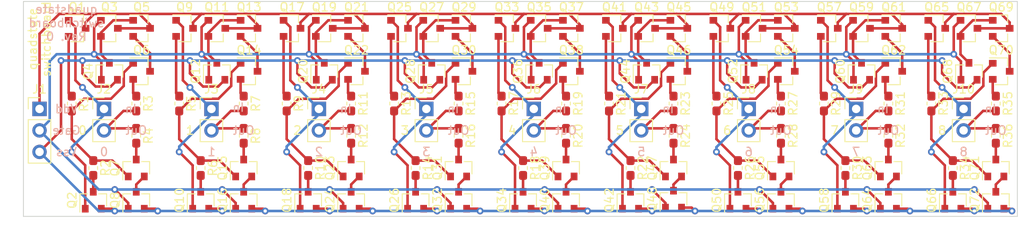
<source format=kicad_pcb>
(kicad_pcb (version 20171130) (host pcbnew 5.1.6)
  (layers (0 F.Cu signal) (31 B.Cu signal) (34 B.Paste user) (35 F.Paste user) (36 B.SilkS user) (37 F.SilkS user) (38 B.Mask user) (39 F.Mask user) (44 Edge.Cuts user))
  (net 0 "")
  (net 1 O0)
  (net 2 I0)
  (net 3 O1)
  (net 4 I1)
  (net 5 O2)
  (net 6 I2)
  (net 7 O3)
  (net 8 I3)
  (net 9 O4)
  (net 10 I4)
  (net 11 O5)
  (net 12 I5)
  (net 13 O6)
  (net 14 I6)
  (net 15 O7)
  (net 16 I7)
  (net 17 O8)
  (net 18 I8)
  (net 19 Vdd)
  (net 20 "Net-(Q1-Pad2)")
  (net 21 "Net-(Q2-Pad3)")
  (net 22 Vss)
  (net 23 "Net-(Q3-Pad2)")
  (net 24 Gate)
  (net 25 "Net-(Q5-Pad2)")
  (net 26 "Net-(Q6-Pad2)")
  (net 27 "Net-(Q6-Pad1)")
  (net 28 "Net-(Q7-Pad3)")
  (net 29 "Net-(Q7-Pad2)")
  (net 30 "Net-(Q9-Pad2)")
  (net 31 "Net-(Q10-Pad3)")
  (net 32 "Net-(Q11-Pad2)")
  (net 33 "Net-(Q13-Pad2)")
  (net 34 "Net-(Q14-Pad2)")
  (net 35 "Net-(Q14-Pad1)")
  (net 36 "Net-(Q15-Pad3)")
  (net 37 "Net-(Q15-Pad2)")
  (net 38 "Net-(Q17-Pad2)")
  (net 39 "Net-(Q18-Pad3)")
  (net 40 "Net-(Q19-Pad2)")
  (net 41 "Net-(Q21-Pad2)")
  (net 42 "Net-(Q22-Pad2)")
  (net 43 "Net-(Q22-Pad1)")
  (net 44 "Net-(Q23-Pad3)")
  (net 45 "Net-(Q23-Pad2)")
  (net 46 "Net-(Q25-Pad2)")
  (net 47 "Net-(Q26-Pad3)")
  (net 48 "Net-(Q27-Pad2)")
  (net 49 "Net-(Q29-Pad2)")
  (net 50 "Net-(Q30-Pad2)")
  (net 51 "Net-(Q30-Pad1)")
  (net 52 "Net-(Q31-Pad3)")
  (net 53 "Net-(Q31-Pad2)")
  (net 54 "Net-(Q33-Pad2)")
  (net 55 "Net-(Q34-Pad3)")
  (net 56 "Net-(Q35-Pad2)")
  (net 57 "Net-(Q37-Pad2)")
  (net 58 "Net-(Q38-Pad2)")
  (net 59 "Net-(Q38-Pad1)")
  (net 60 "Net-(Q39-Pad3)")
  (net 61 "Net-(Q39-Pad2)")
  (net 62 "Net-(Q41-Pad2)")
  (net 63 "Net-(Q42-Pad3)")
  (net 64 "Net-(Q43-Pad2)")
  (net 65 "Net-(Q45-Pad2)")
  (net 66 "Net-(Q46-Pad2)")
  (net 67 "Net-(Q46-Pad1)")
  (net 68 "Net-(Q47-Pad3)")
  (net 69 "Net-(Q47-Pad2)")
  (net 70 "Net-(Q49-Pad2)")
  (net 71 "Net-(Q50-Pad3)")
  (net 72 "Net-(Q51-Pad2)")
  (net 73 "Net-(Q53-Pad2)")
  (net 74 "Net-(Q54-Pad2)")
  (net 75 "Net-(Q54-Pad1)")
  (net 76 "Net-(Q55-Pad3)")
  (net 77 "Net-(Q55-Pad2)")
  (net 78 "Net-(Q57-Pad2)")
  (net 79 "Net-(Q58-Pad3)")
  (net 80 "Net-(Q59-Pad2)")
  (net 81 "Net-(Q61-Pad2)")
  (net 82 "Net-(Q62-Pad2)")
  (net 83 "Net-(Q62-Pad1)")
  (net 84 "Net-(Q63-Pad3)")
  (net 85 "Net-(Q63-Pad2)")
  (net 86 "Net-(Q65-Pad2)")
  (net 87 "Net-(Q66-Pad3)")
  (net 88 "Net-(Q67-Pad2)")
  (net 89 "Net-(Q69-Pad2)")
  (net 90 "Net-(Q70-Pad2)")
  (net 91 "Net-(Q70-Pad1)")
  (net 92 "Net-(Q71-Pad3)")
  (net 93 "Net-(Q71-Pad2)")
  (module Connector_PinHeader_2.54mm:PinHeader_1x03_P2.54mm_Vertical (layer F.Cu) (at 82.55 104.775)
    (fp_text reference J1 (at 0 -2.33) (layer F.SilkS))
    (fp_text value Conn_01x03)
    (pad 1 thru_hole rect (at 0 0) (size 1.7 1.7) (drill 1) (layers *.Cu *.Mask) (net 19 Vdd))
    (pad 2 thru_hole oval (at 0 2.54) (size 1.7 1.7) (drill 1) (layers *.Cu *.Mask) (net 24 Gate))
    (pad 3 thru_hole oval (at 0 5.08) (size 1.7 1.7) (drill 1) (layers *.Cu *.Mask) (net 22 Vss))
  )
  (module Resistor_SMD:R_0603_1608Metric_Pad1.05x0.95mm_HandSolder (layer F.Cu) (at 195.58 107.95 270)
    (fp_text reference R36 (at 0 -1.43 90) (layer F.SilkS))
    (fp_text value 12k)
    (pad 1 smd roundrect (at -0.875 0 270) (size 1.05 0.95) (layers F.Cu F.Paste F.Mask) (net 17 O8))
    (pad 2 smd roundrect (at 0.875 0 270) (size 1.05 0.95) (layers F.Cu F.Paste F.Mask) (net 92 "Net-(Q71-Pad3)"))
  )
  (module Resistor_SMD:R_0603_1608Metric_Pad1.05x0.95mm_HandSolder (layer F.Cu) (at 195.58 104.14 270)
    (fp_text reference R35 (at 0 -1.43 90) (layer F.SilkS))
    (fp_text value 12k)
    (pad 1 smd roundrect (at -0.875 0 270) (size 1.05 0.95) (layers F.Cu F.Paste F.Mask) (net 90 "Net-(Q70-Pad2)"))
    (pad 2 smd roundrect (at 0.875 0 270) (size 1.05 0.95) (layers F.Cu F.Paste F.Mask) (net 17 O8))
  )
  (module Resistor_SMD:R_0603_1608Metric_Pad1.05x0.95mm_HandSolder (layer F.Cu) (at 190.5 111.76 270)
    (fp_text reference R34 (at 0 -1.43 90) (layer F.SilkS))
    (fp_text value 12k)
    (pad 1 smd roundrect (at -0.875 0 270) (size 1.05 0.95) (layers F.Cu F.Paste F.Mask) (net 91 "Net-(Q70-Pad1)"))
    (pad 2 smd roundrect (at 0.875 0 270) (size 1.05 0.95) (layers F.Cu F.Paste F.Mask) (net 87 "Net-(Q66-Pad3)"))
  )
  (module Resistor_SMD:R_0603_1608Metric_Pad1.05x0.95mm_HandSolder (layer F.Cu) (at 187.96 104.14 270)
    (fp_text reference R33 (at 0 -1.43 90) (layer F.SilkS))
    (fp_text value 12k)
    (pad 1 smd roundrect (at -0.875 0 270) (size 1.05 0.95) (layers F.Cu F.Paste F.Mask) (net 86 "Net-(Q65-Pad2)"))
    (pad 2 smd roundrect (at 0.875 0 270) (size 1.05 0.95) (layers F.Cu F.Paste F.Mask) (net 91 "Net-(Q70-Pad1)"))
  )
  (module Resistor_SMD:R_0603_1608Metric_Pad1.05x0.95mm_HandSolder (layer F.Cu) (at 182.88 107.95 270)
    (fp_text reference R32 (at 0 -1.43 90) (layer F.SilkS))
    (fp_text value 12k)
    (pad 2 smd roundrect (at 0.875 0 270) (size 1.05 0.95) (layers F.Cu F.Paste F.Mask) (net 84 "Net-(Q63-Pad3)"))
    (pad 1 smd roundrect (at -0.875 0 270) (size 1.05 0.95) (layers F.Cu F.Paste F.Mask) (net 15 O7))
  )
  (module Resistor_SMD:R_0603_1608Metric_Pad1.05x0.95mm_HandSolder (layer F.Cu) (at 182.88 104.14 270)
    (fp_text reference R31 (at 0 -1.43 90) (layer F.SilkS))
    (fp_text value 12k)
    (pad 2 smd roundrect (at 0.875 0 270) (size 1.05 0.95) (layers F.Cu F.Paste F.Mask) (net 15 O7))
    (pad 1 smd roundrect (at -0.875 0 270) (size 1.05 0.95) (layers F.Cu F.Paste F.Mask) (net 82 "Net-(Q62-Pad2)"))
  )
  (module Resistor_SMD:R_0603_1608Metric_Pad1.05x0.95mm_HandSolder (layer F.Cu) (at 177.8 111.76 270)
    (fp_text reference R30 (at 0 -1.43 90) (layer F.SilkS))
    (fp_text value 12k)
    (pad 2 smd roundrect (at 0.875 0 270) (size 1.05 0.95) (layers F.Cu F.Paste F.Mask) (net 79 "Net-(Q58-Pad3)"))
    (pad 1 smd roundrect (at -0.875 0 270) (size 1.05 0.95) (layers F.Cu F.Paste F.Mask) (net 83 "Net-(Q62-Pad1)"))
  )
  (module Resistor_SMD:R_0603_1608Metric_Pad1.05x0.95mm_HandSolder (layer F.Cu) (at 175.26 104.14 270)
    (fp_text reference R29 (at 0 -1.43 90) (layer F.SilkS))
    (fp_text value 12k)
    (pad 2 smd roundrect (at 0.875 0 270) (size 1.05 0.95) (layers F.Cu F.Paste F.Mask) (net 83 "Net-(Q62-Pad1)"))
    (pad 1 smd roundrect (at -0.875 0 270) (size 1.05 0.95) (layers F.Cu F.Paste F.Mask) (net 78 "Net-(Q57-Pad2)"))
  )
  (module Resistor_SMD:R_0603_1608Metric_Pad1.05x0.95mm_HandSolder (layer F.Cu) (at 170.18 107.95 270)
    (fp_text reference R28 (at 0 -1.43 90) (layer F.SilkS))
    (fp_text value 12k)
    (pad 2 smd roundrect (at 0.875 0 270) (size 1.05 0.95) (layers F.Cu F.Paste F.Mask) (net 76 "Net-(Q55-Pad3)"))
    (pad 1 smd roundrect (at -0.875 0 270) (size 1.05 0.95) (layers F.Cu F.Paste F.Mask) (net 13 O6))
  )
  (module Resistor_SMD:R_0603_1608Metric_Pad1.05x0.95mm_HandSolder (layer F.Cu) (at 170.18 104.14 270)
    (fp_text reference R27 (at 0 -1.43 90) (layer F.SilkS))
    (fp_text value 12k)
    (pad 2 smd roundrect (at 0.875 0 270) (size 1.05 0.95) (layers F.Cu F.Paste F.Mask) (net 13 O6))
    (pad 1 smd roundrect (at -0.875 0 270) (size 1.05 0.95) (layers F.Cu F.Paste F.Mask) (net 74 "Net-(Q54-Pad2)"))
  )
  (module Resistor_SMD:R_0603_1608Metric_Pad1.05x0.95mm_HandSolder (layer F.Cu) (at 165.1 111.76 270)
    (fp_text reference R26 (at 0 -1.43 90) (layer F.SilkS))
    (fp_text value 12k)
    (pad 2 smd roundrect (at 0.875 0 270) (size 1.05 0.95) (layers F.Cu F.Paste F.Mask) (net 71 "Net-(Q50-Pad3)"))
    (pad 1 smd roundrect (at -0.875 0 270) (size 1.05 0.95) (layers F.Cu F.Paste F.Mask) (net 75 "Net-(Q54-Pad1)"))
  )
  (module Resistor_SMD:R_0603_1608Metric_Pad1.05x0.95mm_HandSolder (layer F.Cu) (at 162.56 104.14 270)
    (fp_text reference R25 (at 0 -1.43 90) (layer F.SilkS))
    (fp_text value 12k)
    (pad 2 smd roundrect (at 0.875 0 270) (size 1.05 0.95) (layers F.Cu F.Paste F.Mask) (net 75 "Net-(Q54-Pad1)"))
    (pad 1 smd roundrect (at -0.875 0 270) (size 1.05 0.95) (layers F.Cu F.Paste F.Mask) (net 70 "Net-(Q49-Pad2)"))
  )
  (module Resistor_SMD:R_0603_1608Metric_Pad1.05x0.95mm_HandSolder (layer F.Cu) (at 157.48 107.95 270)
    (fp_text reference R24 (at 0 -1.43 90) (layer F.SilkS))
    (fp_text value 12k)
    (pad 2 smd roundrect (at 0.875 0 270) (size 1.05 0.95) (layers F.Cu F.Paste F.Mask) (net 68 "Net-(Q47-Pad3)"))
    (pad 1 smd roundrect (at -0.875 0 270) (size 1.05 0.95) (layers F.Cu F.Paste F.Mask) (net 11 O5))
  )
  (module Resistor_SMD:R_0603_1608Metric_Pad1.05x0.95mm_HandSolder (layer F.Cu) (at 157.48 104.14 270)
    (fp_text reference R23 (at 0 -1.43 90) (layer F.SilkS))
    (fp_text value 12k)
    (pad 2 smd roundrect (at 0.875 0 270) (size 1.05 0.95) (layers F.Cu F.Paste F.Mask) (net 11 O5))
    (pad 1 smd roundrect (at -0.875 0 270) (size 1.05 0.95) (layers F.Cu F.Paste F.Mask) (net 66 "Net-(Q46-Pad2)"))
  )
  (module Resistor_SMD:R_0603_1608Metric_Pad1.05x0.95mm_HandSolder (layer F.Cu) (at 152.4 111.76 270)
    (fp_text reference R22 (at 0 -1.43 90) (layer F.SilkS))
    (fp_text value 12k)
    (pad 2 smd roundrect (at 0.875 0 270) (size 1.05 0.95) (layers F.Cu F.Paste F.Mask) (net 63 "Net-(Q42-Pad3)"))
    (pad 1 smd roundrect (at -0.875 0 270) (size 1.05 0.95) (layers F.Cu F.Paste F.Mask) (net 67 "Net-(Q46-Pad1)"))
  )
  (module Resistor_SMD:R_0603_1608Metric_Pad1.05x0.95mm_HandSolder (layer F.Cu) (at 149.86 104.14 270)
    (fp_text reference R21 (at 0 -1.43 90) (layer F.SilkS))
    (fp_text value 12k)
    (pad 2 smd roundrect (at 0.875 0 270) (size 1.05 0.95) (layers F.Cu F.Paste F.Mask) (net 67 "Net-(Q46-Pad1)"))
    (pad 1 smd roundrect (at -0.875 0 270) (size 1.05 0.95) (layers F.Cu F.Paste F.Mask) (net 62 "Net-(Q41-Pad2)"))
  )
  (module Resistor_SMD:R_0603_1608Metric_Pad1.05x0.95mm_HandSolder (layer F.Cu) (at 144.78 107.95 270)
    (fp_text reference R20 (at 0 -1.43 90) (layer F.SilkS))
    (fp_text value 12k)
    (pad 2 smd roundrect (at 0.875 0 270) (size 1.05 0.95) (layers F.Cu F.Paste F.Mask) (net 60 "Net-(Q39-Pad3)"))
    (pad 1 smd roundrect (at -0.875 0 270) (size 1.05 0.95) (layers F.Cu F.Paste F.Mask) (net 9 O4))
  )
  (module Resistor_SMD:R_0603_1608Metric_Pad1.05x0.95mm_HandSolder (layer F.Cu) (at 144.78 104.14 270)
    (fp_text reference R19 (at 0 -1.43 90) (layer F.SilkS))
    (fp_text value 12k)
    (pad 2 smd roundrect (at 0.875 0 270) (size 1.05 0.95) (layers F.Cu F.Paste F.Mask) (net 9 O4))
    (pad 1 smd roundrect (at -0.875 0 270) (size 1.05 0.95) (layers F.Cu F.Paste F.Mask) (net 58 "Net-(Q38-Pad2)"))
  )
  (module Resistor_SMD:R_0603_1608Metric_Pad1.05x0.95mm_HandSolder (layer F.Cu) (at 139.7 111.76 270)
    (fp_text reference R18 (at 0 -1.43 90) (layer F.SilkS))
    (fp_text value 12k)
    (pad 2 smd roundrect (at 0.875 0 270) (size 1.05 0.95) (layers F.Cu F.Paste F.Mask) (net 55 "Net-(Q34-Pad3)"))
    (pad 1 smd roundrect (at -0.875 0 270) (size 1.05 0.95) (layers F.Cu F.Paste F.Mask) (net 59 "Net-(Q38-Pad1)"))
  )
  (module Resistor_SMD:R_0603_1608Metric_Pad1.05x0.95mm_HandSolder (layer F.Cu) (at 137.16 104.14 270)
    (fp_text reference R17 (at 0 -1.43 90) (layer F.SilkS))
    (fp_text value 12k)
    (pad 2 smd roundrect (at 0.875 0 270) (size 1.05 0.95) (layers F.Cu F.Paste F.Mask) (net 59 "Net-(Q38-Pad1)"))
    (pad 1 smd roundrect (at -0.875 0 270) (size 1.05 0.95) (layers F.Cu F.Paste F.Mask) (net 54 "Net-(Q33-Pad2)"))
  )
  (module Resistor_SMD:R_0603_1608Metric_Pad1.05x0.95mm_HandSolder (layer F.Cu) (at 132.08 107.95 270)
    (fp_text reference R16 (at 0 -1.43 90) (layer F.SilkS))
    (fp_text value 12k)
    (pad 2 smd roundrect (at 0.875 0 270) (size 1.05 0.95) (layers F.Cu F.Paste F.Mask) (net 52 "Net-(Q31-Pad3)"))
    (pad 1 smd roundrect (at -0.875 0 270) (size 1.05 0.95) (layers F.Cu F.Paste F.Mask) (net 7 O3))
  )
  (module Resistor_SMD:R_0603_1608Metric_Pad1.05x0.95mm_HandSolder (layer F.Cu) (at 132.08 104.14 270)
    (fp_text reference R15 (at 0 -1.43 90) (layer F.SilkS))
    (fp_text value 12k)
    (pad 2 smd roundrect (at 0.875 0 270) (size 1.05 0.95) (layers F.Cu F.Paste F.Mask) (net 7 O3))
    (pad 1 smd roundrect (at -0.875 0 270) (size 1.05 0.95) (layers F.Cu F.Paste F.Mask) (net 50 "Net-(Q30-Pad2)"))
  )
  (module Resistor_SMD:R_0603_1608Metric_Pad1.05x0.95mm_HandSolder (layer F.Cu) (at 127 111.76 270)
    (fp_text reference R14 (at 0 -1.43 90) (layer F.SilkS))
    (fp_text value 12k)
    (pad 2 smd roundrect (at 0.875 0 270) (size 1.05 0.95) (layers F.Cu F.Paste F.Mask) (net 47 "Net-(Q26-Pad3)"))
    (pad 1 smd roundrect (at -0.875 0 270) (size 1.05 0.95) (layers F.Cu F.Paste F.Mask) (net 51 "Net-(Q30-Pad1)"))
  )
  (module Resistor_SMD:R_0603_1608Metric_Pad1.05x0.95mm_HandSolder (layer F.Cu) (at 124.46 104.14 270)
    (fp_text reference R13 (at 0 -1.43 90) (layer F.SilkS))
    (fp_text value 12k)
    (pad 2 smd roundrect (at 0.875 0 270) (size 1.05 0.95) (layers F.Cu F.Paste F.Mask) (net 51 "Net-(Q30-Pad1)"))
    (pad 1 smd roundrect (at -0.875 0 270) (size 1.05 0.95) (layers F.Cu F.Paste F.Mask) (net 46 "Net-(Q25-Pad2)"))
  )
  (module Resistor_SMD:R_0603_1608Metric_Pad1.05x0.95mm_HandSolder (layer F.Cu) (at 119.38 107.95 270)
    (fp_text reference R12 (at 0 -1.43 90) (layer F.SilkS))
    (fp_text value 12k)
    (pad 2 smd roundrect (at 0.875 0 270) (size 1.05 0.95) (layers F.Cu F.Paste F.Mask) (net 44 "Net-(Q23-Pad3)"))
    (pad 1 smd roundrect (at -0.875 0 270) (size 1.05 0.95) (layers F.Cu F.Paste F.Mask) (net 5 O2))
  )
  (module Resistor_SMD:R_0603_1608Metric_Pad1.05x0.95mm_HandSolder (layer F.Cu) (at 119.38 104.14 270)
    (fp_text reference R11 (at 0 -1.43 90) (layer F.SilkS))
    (fp_text value 12k)
    (pad 2 smd roundrect (at 0.875 0 270) (size 1.05 0.95) (layers F.Cu F.Paste F.Mask) (net 5 O2))
    (pad 1 smd roundrect (at -0.875 0 270) (size 1.05 0.95) (layers F.Cu F.Paste F.Mask) (net 42 "Net-(Q22-Pad2)"))
  )
  (module Resistor_SMD:R_0603_1608Metric_Pad1.05x0.95mm_HandSolder (layer F.Cu) (at 114.3 111.76 270)
    (fp_text reference R10 (at 0 -1.43 90) (layer F.SilkS))
    (fp_text value 12k)
    (pad 1 smd roundrect (at -0.875 0 270) (size 1.05 0.95) (layers F.Cu F.Paste F.Mask) (net 43 "Net-(Q22-Pad1)"))
    (pad 2 smd roundrect (at 0.875 0 270) (size 1.05 0.95) (layers F.Cu F.Paste F.Mask) (net 39 "Net-(Q18-Pad3)"))
  )
  (module Resistor_SMD:R_0603_1608Metric_Pad1.05x0.95mm_HandSolder (layer F.Cu) (at 111.76 104.14 270)
    (fp_text reference R9 (at 0 -1.43 90) (layer F.SilkS))
    (fp_text value 12k)
    (pad 1 smd roundrect (at -0.875 0 270) (size 1.05 0.95) (layers F.Cu F.Paste F.Mask) (net 38 "Net-(Q17-Pad2)"))
    (pad 2 smd roundrect (at 0.875 0 270) (size 1.05 0.95) (layers F.Cu F.Paste F.Mask) (net 43 "Net-(Q22-Pad1)"))
  )
  (module Resistor_SMD:R_0603_1608Metric_Pad1.05x0.95mm_HandSolder (layer F.Cu) (at 106.68 107.95 270)
    (fp_text reference R8 (at 0 -1.43 90) (layer F.SilkS))
    (fp_text value 12k)
    (pad 2 smd roundrect (at 0.875 0 270) (size 1.05 0.95) (layers F.Cu F.Paste F.Mask) (net 36 "Net-(Q15-Pad3)"))
    (pad 1 smd roundrect (at -0.875 0 270) (size 1.05 0.95) (layers F.Cu F.Paste F.Mask) (net 3 O1))
  )
  (module Resistor_SMD:R_0603_1608Metric_Pad1.05x0.95mm_HandSolder (layer F.Cu) (at 106.68 104.14 270)
    (fp_text reference R7 (at 0 -1.43 90) (layer F.SilkS))
    (fp_text value 12k)
    (pad 2 smd roundrect (at 0.875 0 270) (size 1.05 0.95) (layers F.Cu F.Paste F.Mask) (net 3 O1))
    (pad 1 smd roundrect (at -0.875 0 270) (size 1.05 0.95) (layers F.Cu F.Paste F.Mask) (net 34 "Net-(Q14-Pad2)"))
  )
  (module Resistor_SMD:R_0603_1608Metric_Pad1.05x0.95mm_HandSolder (layer F.Cu) (at 101.6 111.76 270)
    (fp_text reference R6 (at 0 -1.43 90) (layer F.SilkS))
    (fp_text value 12k)
    (pad 2 smd roundrect (at 0.875 0 270) (size 1.05 0.95) (layers F.Cu F.Paste F.Mask) (net 31 "Net-(Q10-Pad3)"))
    (pad 1 smd roundrect (at -0.875 0 270) (size 1.05 0.95) (layers F.Cu F.Paste F.Mask) (net 35 "Net-(Q14-Pad1)"))
  )
  (module Resistor_SMD:R_0603_1608Metric_Pad1.05x0.95mm_HandSolder (layer F.Cu) (at 99.06 104.14 270)
    (fp_text reference R5 (at 0 -1.43 90) (layer F.SilkS))
    (fp_text value 12k)
    (pad 2 smd roundrect (at 0.875 0 270) (size 1.05 0.95) (layers F.Cu F.Paste F.Mask) (net 35 "Net-(Q14-Pad1)"))
    (pad 1 smd roundrect (at -0.875 0 270) (size 1.05 0.95) (layers F.Cu F.Paste F.Mask) (net 30 "Net-(Q9-Pad2)"))
  )
  (module Resistor_SMD:R_0603_1608Metric_Pad1.05x0.95mm_HandSolder (layer F.Cu) (at 93.98 107.95 270)
    (fp_text reference R4 (at 0 -1.43 90) (layer F.SilkS))
    (fp_text value 12k)
    (pad 2 smd roundrect (at 0.875 0 270) (size 1.05 0.95) (layers F.Cu F.Paste F.Mask) (net 28 "Net-(Q7-Pad3)"))
    (pad 1 smd roundrect (at -0.875 0 270) (size 1.05 0.95) (layers F.Cu F.Paste F.Mask) (net 1 O0))
  )
  (module Resistor_SMD:R_0603_1608Metric_Pad1.05x0.95mm_HandSolder (layer F.Cu) (at 93.98 104.14 270)
    (fp_text reference R3 (at 0 -1.43 90) (layer F.SilkS))
    (fp_text value 12k)
    (pad 2 smd roundrect (at 0.875 0 270) (size 1.05 0.95) (layers F.Cu F.Paste F.Mask) (net 1 O0))
    (pad 1 smd roundrect (at -0.875 0 270) (size 1.05 0.95) (layers F.Cu F.Paste F.Mask) (net 26 "Net-(Q6-Pad2)"))
  )
  (module Resistor_SMD:R_0603_1608Metric_Pad1.05x0.95mm_HandSolder (layer F.Cu) (at 88.9 111.76 270)
    (fp_text reference R2 (at 0 -1.43 90) (layer F.SilkS))
    (fp_text value 12k)
    (pad 2 smd roundrect (at 0.875 0 270) (size 1.05 0.95) (layers F.Cu F.Paste F.Mask) (net 21 "Net-(Q2-Pad3)"))
    (pad 1 smd roundrect (at -0.875 0 270) (size 1.05 0.95) (layers F.Cu F.Paste F.Mask) (net 27 "Net-(Q6-Pad1)"))
  )
  (module Resistor_SMD:R_0603_1608Metric_Pad1.05x0.95mm_HandSolder (layer F.Cu) (at 86.36 104.14 270)
    (fp_text reference R1 (at 0 -1.43 90) (layer F.SilkS))
    (fp_text value 12k)
    (pad 2 smd roundrect (at 0.875 0 270) (size 1.05 0.95) (layers F.Cu F.Paste F.Mask) (net 27 "Net-(Q6-Pad1)"))
    (pad 1 smd roundrect (at -0.875 0 270) (size 1.05 0.95) (layers F.Cu F.Paste F.Mask) (net 20 "Net-(Q1-Pad2)"))
  )
  (module Package_TO_SOT_SMD:SOT-23 (layer F.Cu) (at 195.58 115.57 90)
    (fp_text reference Q72 (at 0 -2.5 90) (layer F.SilkS))
    (fp_text value 2N7002)
    (pad 1 smd rect (at -1 -0.95 90) (size 0.9 0.8) (layers F.Cu F.Paste F.Mask) (net 24 Gate))
    (pad 2 smd rect (at -1 0.95 90) (size 0.9 0.8) (layers F.Cu F.Paste F.Mask) (net 22 Vss))
    (pad 3 smd rect (at 1 0 90) (size 0.9 0.8) (layers F.Cu F.Paste F.Mask) (net 93 "Net-(Q71-Pad2)"))
  )
  (module Package_TO_SOT_SMD:SOT-23 (layer F.Cu) (at 195.58 111.76 90)
    (fp_text reference Q71 (at 0 -2.5 90) (layer F.SilkS))
    (fp_text value 2N7002)
    (pad 1 smd rect (at -1 -0.95 90) (size 0.9 0.8) (layers F.Cu F.Paste F.Mask) (net 91 "Net-(Q70-Pad1)"))
    (pad 2 smd rect (at -1 0.95 90) (size 0.9 0.8) (layers F.Cu F.Paste F.Mask) (net 93 "Net-(Q71-Pad2)"))
    (pad 3 smd rect (at 1 0 90) (size 0.9 0.8) (layers F.Cu F.Paste F.Mask) (net 92 "Net-(Q71-Pad3)"))
  )
  (module Package_TO_SOT_SMD:SOT-23 (layer F.Cu) (at 196.215 100.33)
    (fp_text reference Q70 (at 0 -2.5) (layer F.SilkS))
    (fp_text value BSS84)
    (pad 1 smd rect (at -1 -0.95) (size 0.9 0.8) (layers F.Cu F.Paste F.Mask) (net 91 "Net-(Q70-Pad1)"))
    (pad 2 smd rect (at -1 0.95) (size 0.9 0.8) (layers F.Cu F.Paste F.Mask) (net 90 "Net-(Q70-Pad2)"))
    (pad 3 smd rect (at 1 0) (size 0.9 0.8) (layers F.Cu F.Paste F.Mask) (net 89 "Net-(Q69-Pad2)"))
  )
  (module Package_TO_SOT_SMD:SOT-23 (layer F.Cu) (at 196.215 95.25)
    (fp_text reference Q69 (at 0 -2.5) (layer F.SilkS))
    (fp_text value BSS84)
    (pad 1 smd rect (at -1 -0.95) (size 0.9 0.8) (layers F.Cu F.Paste F.Mask) (net 88 "Net-(Q67-Pad2)"))
    (pad 2 smd rect (at -1 0.95) (size 0.9 0.8) (layers F.Cu F.Paste F.Mask) (net 89 "Net-(Q69-Pad2)"))
    (pad 3 smd rect (at 1 0) (size 0.9 0.8) (layers F.Cu F.Paste F.Mask) (net 19 Vdd))
  )
  (module Package_TO_SOT_SMD:SOT-23 (layer F.Cu) (at 192.405 100.33 90)
    (fp_text reference Q68 (at 0 -2.5 90) (layer F.SilkS))
    (fp_text value 2N7002)
    (pad 1 smd rect (at -1 -0.95 90) (size 0.9 0.8) (layers F.Cu F.Paste F.Mask) (net 24 Gate))
    (pad 2 smd rect (at -1 0.95 90) (size 0.9 0.8) (layers F.Cu F.Paste F.Mask) (net 22 Vss))
    (pad 3 smd rect (at 1 0 90) (size 0.9 0.8) (layers F.Cu F.Paste F.Mask) (net 88 "Net-(Q67-Pad2)"))
  )
  (module Package_TO_SOT_SMD:SOT-23 (layer F.Cu) (at 192.405 95.25)
    (fp_text reference Q67 (at 0 -2.5) (layer F.SilkS))
    (fp_text value BSS84)
    (pad 1 smd rect (at -1 -0.95) (size 0.9 0.8) (layers F.Cu F.Paste F.Mask) (net 24 Gate))
    (pad 2 smd rect (at -1 0.95) (size 0.9 0.8) (layers F.Cu F.Paste F.Mask) (net 88 "Net-(Q67-Pad2)"))
    (pad 3 smd rect (at 1 0) (size 0.9 0.8) (layers F.Cu F.Paste F.Mask) (net 19 Vdd))
  )
  (module Package_TO_SOT_SMD:SOT-23 (layer F.Cu) (at 190.5 115.57 90)
    (fp_text reference Q66 (at 0 -2.5 90) (layer F.SilkS))
    (fp_text value 2N7002)
    (pad 1 smd rect (at -1 -0.95 90) (size 0.9 0.8) (layers F.Cu F.Paste F.Mask) (net 18 I8))
    (pad 2 smd rect (at -1 0.95 90) (size 0.9 0.8) (layers F.Cu F.Paste F.Mask) (net 22 Vss))
    (pad 3 smd rect (at 1 0 90) (size 0.9 0.8) (layers F.Cu F.Paste F.Mask) (net 87 "Net-(Q66-Pad3)"))
  )
  (module Package_TO_SOT_SMD:SOT-23 (layer F.Cu) (at 188.595 95.25)
    (fp_text reference Q65 (at 0 -2.5) (layer F.SilkS))
    (fp_text value BSS84)
    (pad 1 smd rect (at -1 -0.95) (size 0.9 0.8) (layers F.Cu F.Paste F.Mask) (net 18 I8))
    (pad 2 smd rect (at -1 0.95) (size 0.9 0.8) (layers F.Cu F.Paste F.Mask) (net 86 "Net-(Q65-Pad2)"))
    (pad 3 smd rect (at 1 0) (size 0.9 0.8) (layers F.Cu F.Paste F.Mask) (net 19 Vdd))
  )
  (module Package_TO_SOT_SMD:SOT-23 (layer F.Cu) (at 182.88 115.57 90)
    (fp_text reference Q64 (at 0 -2.5 90) (layer F.SilkS))
    (fp_text value 2N7002)
    (pad 3 smd rect (at 1 0 90) (size 0.9 0.8) (layers F.Cu F.Paste F.Mask) (net 85 "Net-(Q63-Pad2)"))
    (pad 2 smd rect (at -1 0.95 90) (size 0.9 0.8) (layers F.Cu F.Paste F.Mask) (net 22 Vss))
    (pad 1 smd rect (at -1 -0.95 90) (size 0.9 0.8) (layers F.Cu F.Paste F.Mask) (net 24 Gate))
  )
  (module Package_TO_SOT_SMD:SOT-23 (layer F.Cu) (at 182.88 111.76 90)
    (fp_text reference Q63 (at 0 -2.5 90) (layer F.SilkS))
    (fp_text value 2N7002)
    (pad 3 smd rect (at 1 0 90) (size 0.9 0.8) (layers F.Cu F.Paste F.Mask) (net 84 "Net-(Q63-Pad3)"))
    (pad 2 smd rect (at -1 0.95 90) (size 0.9 0.8) (layers F.Cu F.Paste F.Mask) (net 85 "Net-(Q63-Pad2)"))
    (pad 1 smd rect (at -1 -0.95 90) (size 0.9 0.8) (layers F.Cu F.Paste F.Mask) (net 83 "Net-(Q62-Pad1)"))
  )
  (module Package_TO_SOT_SMD:SOT-23 (layer F.Cu) (at 183.515 100.33)
    (fp_text reference Q62 (at 0 -2.5) (layer F.SilkS))
    (fp_text value BSS84)
    (pad 3 smd rect (at 1 0) (size 0.9 0.8) (layers F.Cu F.Paste F.Mask) (net 81 "Net-(Q61-Pad2)"))
    (pad 2 smd rect (at -1 0.95) (size 0.9 0.8) (layers F.Cu F.Paste F.Mask) (net 82 "Net-(Q62-Pad2)"))
    (pad 1 smd rect (at -1 -0.95) (size 0.9 0.8) (layers F.Cu F.Paste F.Mask) (net 83 "Net-(Q62-Pad1)"))
  )
  (module Package_TO_SOT_SMD:SOT-23 (layer F.Cu) (at 183.515 95.25)
    (fp_text reference Q61 (at 0 -2.5) (layer F.SilkS))
    (fp_text value BSS84)
    (pad 3 smd rect (at 1 0) (size 0.9 0.8) (layers F.Cu F.Paste F.Mask) (net 19 Vdd))
    (pad 2 smd rect (at -1 0.95) (size 0.9 0.8) (layers F.Cu F.Paste F.Mask) (net 81 "Net-(Q61-Pad2)"))
    (pad 1 smd rect (at -1 -0.95) (size 0.9 0.8) (layers F.Cu F.Paste F.Mask) (net 80 "Net-(Q59-Pad2)"))
  )
  (module Package_TO_SOT_SMD:SOT-23 (layer F.Cu) (at 179.705 100.33 90)
    (fp_text reference Q60 (at 0 -2.5 90) (layer F.SilkS))
    (fp_text value 2N7002)
    (pad 3 smd rect (at 1 0 90) (size 0.9 0.8) (layers F.Cu F.Paste F.Mask) (net 80 "Net-(Q59-Pad2)"))
    (pad 2 smd rect (at -1 0.95 90) (size 0.9 0.8) (layers F.Cu F.Paste F.Mask) (net 22 Vss))
    (pad 1 smd rect (at -1 -0.95 90) (size 0.9 0.8) (layers F.Cu F.Paste F.Mask) (net 24 Gate))
  )
  (module Package_TO_SOT_SMD:SOT-23 (layer F.Cu) (at 179.705 95.25)
    (fp_text reference Q59 (at 0 -2.5) (layer F.SilkS))
    (fp_text value BSS84)
    (pad 3 smd rect (at 1 0) (size 0.9 0.8) (layers F.Cu F.Paste F.Mask) (net 19 Vdd))
    (pad 2 smd rect (at -1 0.95) (size 0.9 0.8) (layers F.Cu F.Paste F.Mask) (net 80 "Net-(Q59-Pad2)"))
    (pad 1 smd rect (at -1 -0.95) (size 0.9 0.8) (layers F.Cu F.Paste F.Mask) (net 24 Gate))
  )
  (module Package_TO_SOT_SMD:SOT-23 (layer F.Cu) (at 177.8 115.57 90)
    (fp_text reference Q58 (at 0 -2.5 90) (layer F.SilkS))
    (fp_text value 2N7002)
    (pad 3 smd rect (at 1 0 90) (size 0.9 0.8) (layers F.Cu F.Paste F.Mask) (net 79 "Net-(Q58-Pad3)"))
    (pad 2 smd rect (at -1 0.95 90) (size 0.9 0.8) (layers F.Cu F.Paste F.Mask) (net 22 Vss))
    (pad 1 smd rect (at -1 -0.95 90) (size 0.9 0.8) (layers F.Cu F.Paste F.Mask) (net 16 I7))
  )
  (module Package_TO_SOT_SMD:SOT-23 (layer F.Cu) (at 175.895 95.25)
    (fp_text reference Q57 (at 0 -2.5) (layer F.SilkS))
    (fp_text value BSS84)
    (pad 3 smd rect (at 1 0) (size 0.9 0.8) (layers F.Cu F.Paste F.Mask) (net 19 Vdd))
    (pad 2 smd rect (at -1 0.95) (size 0.9 0.8) (layers F.Cu F.Paste F.Mask) (net 78 "Net-(Q57-Pad2)"))
    (pad 1 smd rect (at -1 -0.95) (size 0.9 0.8) (layers F.Cu F.Paste F.Mask) (net 16 I7))
  )
  (module Package_TO_SOT_SMD:SOT-23 (layer F.Cu) (at 170.18 115.57 90)
    (fp_text reference Q56 (at 0 -2.5 90) (layer F.SilkS))
    (fp_text value 2N7002)
    (pad 3 smd rect (at 1 0 90) (size 0.9 0.8) (layers F.Cu F.Paste F.Mask) (net 77 "Net-(Q55-Pad2)"))
    (pad 2 smd rect (at -1 0.95 90) (size 0.9 0.8) (layers F.Cu F.Paste F.Mask) (net 22 Vss))
    (pad 1 smd rect (at -1 -0.95 90) (size 0.9 0.8) (layers F.Cu F.Paste F.Mask) (net 24 Gate))
  )
  (module Package_TO_SOT_SMD:SOT-23 (layer F.Cu) (at 170.18 111.76 90)
    (fp_text reference Q55 (at 0 -2.5 90) (layer F.SilkS))
    (fp_text value 2N7002)
    (pad 3 smd rect (at 1 0 90) (size 0.9 0.8) (layers F.Cu F.Paste F.Mask) (net 76 "Net-(Q55-Pad3)"))
    (pad 2 smd rect (at -1 0.95 90) (size 0.9 0.8) (layers F.Cu F.Paste F.Mask) (net 77 "Net-(Q55-Pad2)"))
    (pad 1 smd rect (at -1 -0.95 90) (size 0.9 0.8) (layers F.Cu F.Paste F.Mask) (net 75 "Net-(Q54-Pad1)"))
  )
  (module Package_TO_SOT_SMD:SOT-23 (layer F.Cu) (at 170.815 100.33)
    (fp_text reference Q54 (at 0 -2.5) (layer F.SilkS))
    (fp_text value BSS84)
    (pad 3 smd rect (at 1 0) (size 0.9 0.8) (layers F.Cu F.Paste F.Mask) (net 73 "Net-(Q53-Pad2)"))
    (pad 2 smd rect (at -1 0.95) (size 0.9 0.8) (layers F.Cu F.Paste F.Mask) (net 74 "Net-(Q54-Pad2)"))
    (pad 1 smd rect (at -1 -0.95) (size 0.9 0.8) (layers F.Cu F.Paste F.Mask) (net 75 "Net-(Q54-Pad1)"))
  )
  (module Package_TO_SOT_SMD:SOT-23 (layer F.Cu) (at 170.815 95.25)
    (fp_text reference Q53 (at 0 -2.5) (layer F.SilkS))
    (fp_text value BSS84)
    (pad 3 smd rect (at 1 0) (size 0.9 0.8) (layers F.Cu F.Paste F.Mask) (net 19 Vdd))
    (pad 2 smd rect (at -1 0.95) (size 0.9 0.8) (layers F.Cu F.Paste F.Mask) (net 73 "Net-(Q53-Pad2)"))
    (pad 1 smd rect (at -1 -0.95) (size 0.9 0.8) (layers F.Cu F.Paste F.Mask) (net 72 "Net-(Q51-Pad2)"))
  )
  (module Package_TO_SOT_SMD:SOT-23 (layer F.Cu) (at 167.005 100.33 90)
    (fp_text reference Q52 (at 0 -2.5 90) (layer F.SilkS))
    (fp_text value 2N7002)
    (pad 3 smd rect (at 1 0 90) (size 0.9 0.8) (layers F.Cu F.Paste F.Mask) (net 72 "Net-(Q51-Pad2)"))
    (pad 2 smd rect (at -1 0.95 90) (size 0.9 0.8) (layers F.Cu F.Paste F.Mask) (net 22 Vss))
    (pad 1 smd rect (at -1 -0.95 90) (size 0.9 0.8) (layers F.Cu F.Paste F.Mask) (net 24 Gate))
  )
  (module Package_TO_SOT_SMD:SOT-23 (layer F.Cu) (at 167.005 95.25)
    (fp_text reference Q51 (at 0 -2.5) (layer F.SilkS))
    (fp_text value BSS84)
    (pad 3 smd rect (at 1 0) (size 0.9 0.8) (layers F.Cu F.Paste F.Mask) (net 19 Vdd))
    (pad 2 smd rect (at -1 0.95) (size 0.9 0.8) (layers F.Cu F.Paste F.Mask) (net 72 "Net-(Q51-Pad2)"))
    (pad 1 smd rect (at -1 -0.95) (size 0.9 0.8) (layers F.Cu F.Paste F.Mask) (net 24 Gate))
  )
  (module Package_TO_SOT_SMD:SOT-23 (layer F.Cu) (at 165.1 115.57 90)
    (fp_text reference Q50 (at 0 -2.5 90) (layer F.SilkS))
    (fp_text value 2N7002)
    (pad 3 smd rect (at 1 0 90) (size 0.9 0.8) (layers F.Cu F.Paste F.Mask) (net 71 "Net-(Q50-Pad3)"))
    (pad 2 smd rect (at -1 0.95 90) (size 0.9 0.8) (layers F.Cu F.Paste F.Mask) (net 22 Vss))
    (pad 1 smd rect (at -1 -0.95 90) (size 0.9 0.8) (layers F.Cu F.Paste F.Mask) (net 14 I6))
  )
  (module Package_TO_SOT_SMD:SOT-23 (layer F.Cu) (at 163.195 95.25)
    (fp_text reference Q49 (at 0 -2.5) (layer F.SilkS))
    (fp_text value BSS84)
    (pad 3 smd rect (at 1 0) (size 0.9 0.8) (layers F.Cu F.Paste F.Mask) (net 19 Vdd))
    (pad 2 smd rect (at -1 0.95) (size 0.9 0.8) (layers F.Cu F.Paste F.Mask) (net 70 "Net-(Q49-Pad2)"))
    (pad 1 smd rect (at -1 -0.95) (size 0.9 0.8) (layers F.Cu F.Paste F.Mask) (net 14 I6))
  )
  (module Package_TO_SOT_SMD:SOT-23 (layer F.Cu) (at 157.48 115.44 90)
    (fp_text reference Q48 (at 0 -2.5 90) (layer F.SilkS))
    (fp_text value 2N7002)
    (pad 3 smd rect (at 1 0 90) (size 0.9 0.8) (layers F.Cu F.Paste F.Mask) (net 69 "Net-(Q47-Pad2)"))
    (pad 2 smd rect (at -1 0.95 90) (size 0.9 0.8) (layers F.Cu F.Paste F.Mask) (net 22 Vss))
    (pad 1 smd rect (at -1 -0.95 90) (size 0.9 0.8) (layers F.Cu F.Paste F.Mask) (net 24 Gate))
  )
  (module Package_TO_SOT_SMD:SOT-23 (layer F.Cu) (at 157.48 111.76 90)
    (fp_text reference Q47 (at 0 -2.5 90) (layer F.SilkS))
    (fp_text value 2N7002)
    (pad 3 smd rect (at 1 0 90) (size 0.9 0.8) (layers F.Cu F.Paste F.Mask) (net 68 "Net-(Q47-Pad3)"))
    (pad 2 smd rect (at -1 0.95 90) (size 0.9 0.8) (layers F.Cu F.Paste F.Mask) (net 69 "Net-(Q47-Pad2)"))
    (pad 1 smd rect (at -1 -0.95 90) (size 0.9 0.8) (layers F.Cu F.Paste F.Mask) (net 67 "Net-(Q46-Pad1)"))
  )
  (module Package_TO_SOT_SMD:SOT-23 (layer F.Cu) (at 158.115 100.33)
    (fp_text reference Q46 (at 0 -2.5) (layer F.SilkS))
    (fp_text value BSS84)
    (pad 3 smd rect (at 1 0) (size 0.9 0.8) (layers F.Cu F.Paste F.Mask) (net 65 "Net-(Q45-Pad2)"))
    (pad 2 smd rect (at -1 0.95) (size 0.9 0.8) (layers F.Cu F.Paste F.Mask) (net 66 "Net-(Q46-Pad2)"))
    (pad 1 smd rect (at -1 -0.95) (size 0.9 0.8) (layers F.Cu F.Paste F.Mask) (net 67 "Net-(Q46-Pad1)"))
  )
  (module Package_TO_SOT_SMD:SOT-23 (layer F.Cu) (at 158.115 95.25)
    (fp_text reference Q45 (at 0 -2.5) (layer F.SilkS))
    (fp_text value BSS84)
    (pad 3 smd rect (at 1 0) (size 0.9 0.8) (layers F.Cu F.Paste F.Mask) (net 19 Vdd))
    (pad 2 smd rect (at -1 0.95) (size 0.9 0.8) (layers F.Cu F.Paste F.Mask) (net 65 "Net-(Q45-Pad2)"))
    (pad 1 smd rect (at -1 -0.95) (size 0.9 0.8) (layers F.Cu F.Paste F.Mask) (net 64 "Net-(Q43-Pad2)"))
  )
  (module Package_TO_SOT_SMD:SOT-23 (layer F.Cu) (at 154.305 100.33 90)
    (fp_text reference Q44 (at 0 -2.5 90) (layer F.SilkS))
    (fp_text value 2N7002)
    (pad 3 smd rect (at 1 0 90) (size 0.9 0.8) (layers F.Cu F.Paste F.Mask) (net 64 "Net-(Q43-Pad2)"))
    (pad 2 smd rect (at -1 0.95 90) (size 0.9 0.8) (layers F.Cu F.Paste F.Mask) (net 22 Vss))
    (pad 1 smd rect (at -1 -0.95 90) (size 0.9 0.8) (layers F.Cu F.Paste F.Mask) (net 24 Gate))
  )
  (module Package_TO_SOT_SMD:SOT-23 (layer F.Cu) (at 154.305 95.25)
    (fp_text reference Q43 (at 0 -2.5) (layer F.SilkS))
    (fp_text value BSS84)
    (pad 3 smd rect (at 1 0) (size 0.9 0.8) (layers F.Cu F.Paste F.Mask) (net 19 Vdd))
    (pad 2 smd rect (at -1 0.95) (size 0.9 0.8) (layers F.Cu F.Paste F.Mask) (net 64 "Net-(Q43-Pad2)"))
    (pad 1 smd rect (at -1 -0.95) (size 0.9 0.8) (layers F.Cu F.Paste F.Mask) (net 24 Gate))
  )
  (module Package_TO_SOT_SMD:SOT-23 (layer F.Cu) (at 152.4 115.57 90)
    (fp_text reference Q42 (at 0 -2.5 90) (layer F.SilkS))
    (fp_text value 2N7002)
    (pad 3 smd rect (at 1 0 90) (size 0.9 0.8) (layers F.Cu F.Paste F.Mask) (net 63 "Net-(Q42-Pad3)"))
    (pad 2 smd rect (at -1 0.95 90) (size 0.9 0.8) (layers F.Cu F.Paste F.Mask) (net 22 Vss))
    (pad 1 smd rect (at -1 -0.95 90) (size 0.9 0.8) (layers F.Cu F.Paste F.Mask) (net 12 I5))
  )
  (module Package_TO_SOT_SMD:SOT-23 (layer F.Cu) (at 150.495 95.25)
    (fp_text reference Q41 (at 0 -2.5) (layer F.SilkS))
    (fp_text value BSS84)
    (pad 3 smd rect (at 1 0) (size 0.9 0.8) (layers F.Cu F.Paste F.Mask) (net 19 Vdd))
    (pad 2 smd rect (at -1 0.95) (size 0.9 0.8) (layers F.Cu F.Paste F.Mask) (net 62 "Net-(Q41-Pad2)"))
    (pad 1 smd rect (at -1 -0.95) (size 0.9 0.8) (layers F.Cu F.Paste F.Mask) (net 12 I5))
  )
  (module Package_TO_SOT_SMD:SOT-23 (layer F.Cu) (at 144.78 115.57 90)
    (fp_text reference Q40 (at 0 -2.5 90) (layer F.SilkS))
    (fp_text value 2N7002)
    (pad 3 smd rect (at 1 0 90) (size 0.9 0.8) (layers F.Cu F.Paste F.Mask) (net 61 "Net-(Q39-Pad2)"))
    (pad 2 smd rect (at -1 0.95 90) (size 0.9 0.8) (layers F.Cu F.Paste F.Mask) (net 22 Vss))
    (pad 1 smd rect (at -1 -0.95 90) (size 0.9 0.8) (layers F.Cu F.Paste F.Mask) (net 24 Gate))
  )
  (module Package_TO_SOT_SMD:SOT-23 (layer F.Cu) (at 144.78 111.76 90)
    (fp_text reference Q39 (at 0 -2.5 90) (layer F.SilkS))
    (fp_text value 2N7002)
    (pad 3 smd rect (at 1 0 90) (size 0.9 0.8) (layers F.Cu F.Paste F.Mask) (net 60 "Net-(Q39-Pad3)"))
    (pad 2 smd rect (at -1 0.95 90) (size 0.9 0.8) (layers F.Cu F.Paste F.Mask) (net 61 "Net-(Q39-Pad2)"))
    (pad 1 smd rect (at -1 -0.95 90) (size 0.9 0.8) (layers F.Cu F.Paste F.Mask) (net 59 "Net-(Q38-Pad1)"))
  )
  (module Package_TO_SOT_SMD:SOT-23 (layer F.Cu) (at 145.415 100.33)
    (fp_text reference Q38 (at 0 -2.5) (layer F.SilkS))
    (fp_text value BSS84)
    (pad 3 smd rect (at 1 0) (size 0.9 0.8) (layers F.Cu F.Paste F.Mask) (net 57 "Net-(Q37-Pad2)"))
    (pad 2 smd rect (at -1 0.95) (size 0.9 0.8) (layers F.Cu F.Paste F.Mask) (net 58 "Net-(Q38-Pad2)"))
    (pad 1 smd rect (at -1 -0.95) (size 0.9 0.8) (layers F.Cu F.Paste F.Mask) (net 59 "Net-(Q38-Pad1)"))
  )
  (module Package_TO_SOT_SMD:SOT-23 (layer F.Cu) (at 145.415 95.25)
    (fp_text reference Q37 (at 0 -2.5) (layer F.SilkS))
    (fp_text value BSS84)
    (pad 3 smd rect (at 1 0) (size 0.9 0.8) (layers F.Cu F.Paste F.Mask) (net 19 Vdd))
    (pad 2 smd rect (at -1 0.95) (size 0.9 0.8) (layers F.Cu F.Paste F.Mask) (net 57 "Net-(Q37-Pad2)"))
    (pad 1 smd rect (at -1 -0.95) (size 0.9 0.8) (layers F.Cu F.Paste F.Mask) (net 56 "Net-(Q35-Pad2)"))
  )
  (module Package_TO_SOT_SMD:SOT-23 (layer F.Cu) (at 141.605 100.33 90)
    (fp_text reference Q36 (at 0 -2.5 90) (layer F.SilkS))
    (fp_text value 2N7002)
    (pad 3 smd rect (at 1 0 90) (size 0.9 0.8) (layers F.Cu F.Paste F.Mask) (net 56 "Net-(Q35-Pad2)"))
    (pad 2 smd rect (at -1 0.95 90) (size 0.9 0.8) (layers F.Cu F.Paste F.Mask) (net 22 Vss))
    (pad 1 smd rect (at -1 -0.95 90) (size 0.9 0.8) (layers F.Cu F.Paste F.Mask) (net 24 Gate))
  )
  (module Package_TO_SOT_SMD:SOT-23 (layer F.Cu) (at 141.605 95.25)
    (fp_text reference Q35 (at 0 -2.5) (layer F.SilkS))
    (fp_text value BSS84)
    (pad 3 smd rect (at 1 0) (size 0.9 0.8) (layers F.Cu F.Paste F.Mask) (net 19 Vdd))
    (pad 2 smd rect (at -1 0.95) (size 0.9 0.8) (layers F.Cu F.Paste F.Mask) (net 56 "Net-(Q35-Pad2)"))
    (pad 1 smd rect (at -1 -0.95) (size 0.9 0.8) (layers F.Cu F.Paste F.Mask) (net 24 Gate))
  )
  (module Package_TO_SOT_SMD:SOT-23 (layer F.Cu) (at 139.7 115.57 90)
    (fp_text reference Q34 (at 0 -2.5 90) (layer F.SilkS))
    (fp_text value 2N7002)
    (pad 3 smd rect (at 1 0 90) (size 0.9 0.8) (layers F.Cu F.Paste F.Mask) (net 55 "Net-(Q34-Pad3)"))
    (pad 2 smd rect (at -1 0.95 90) (size 0.9 0.8) (layers F.Cu F.Paste F.Mask) (net 22 Vss))
    (pad 1 smd rect (at -1 -0.95 90) (size 0.9 0.8) (layers F.Cu F.Paste F.Mask) (net 10 I4))
  )
  (module Package_TO_SOT_SMD:SOT-23 (layer F.Cu) (at 137.795 95.25)
    (fp_text reference Q33 (at 0 -2.5) (layer F.SilkS))
    (fp_text value BSS84)
    (pad 3 smd rect (at 1 0) (size 0.9 0.8) (layers F.Cu F.Paste F.Mask) (net 19 Vdd))
    (pad 2 smd rect (at -1 0.95) (size 0.9 0.8) (layers F.Cu F.Paste F.Mask) (net 54 "Net-(Q33-Pad2)"))
    (pad 1 smd rect (at -1 -0.95) (size 0.9 0.8) (layers F.Cu F.Paste F.Mask) (net 10 I4))
  )
  (module Package_TO_SOT_SMD:SOT-23 (layer F.Cu) (at 132.08 115.57 90)
    (fp_text reference Q32 (at 0 -2.5 90) (layer F.SilkS))
    (fp_text value 2N7002)
    (pad 3 smd rect (at 1 0 90) (size 0.9 0.8) (layers F.Cu F.Paste F.Mask) (net 53 "Net-(Q31-Pad2)"))
    (pad 2 smd rect (at -1 0.95 90) (size 0.9 0.8) (layers F.Cu F.Paste F.Mask) (net 22 Vss))
    (pad 1 smd rect (at -1 -0.95 90) (size 0.9 0.8) (layers F.Cu F.Paste F.Mask) (net 24 Gate))
  )
  (module Package_TO_SOT_SMD:SOT-23 (layer F.Cu) (at 132.08 111.76 90)
    (fp_text reference Q31 (at 0 -2.5 90) (layer F.SilkS))
    (fp_text value 2N7002)
    (pad 3 smd rect (at 1 0 90) (size 0.9 0.8) (layers F.Cu F.Paste F.Mask) (net 52 "Net-(Q31-Pad3)"))
    (pad 2 smd rect (at -1 0.95 90) (size 0.9 0.8) (layers F.Cu F.Paste F.Mask) (net 53 "Net-(Q31-Pad2)"))
    (pad 1 smd rect (at -1 -0.95 90) (size 0.9 0.8) (layers F.Cu F.Paste F.Mask) (net 51 "Net-(Q30-Pad1)"))
  )
  (module Package_TO_SOT_SMD:SOT-23 (layer F.Cu) (at 132.715 100.33)
    (fp_text reference Q30 (at 0 -2.5) (layer F.SilkS))
    (fp_text value BSS84)
    (pad 3 smd rect (at 1 0) (size 0.9 0.8) (layers F.Cu F.Paste F.Mask) (net 49 "Net-(Q29-Pad2)"))
    (pad 2 smd rect (at -1 0.95) (size 0.9 0.8) (layers F.Cu F.Paste F.Mask) (net 50 "Net-(Q30-Pad2)"))
    (pad 1 smd rect (at -1 -0.95) (size 0.9 0.8) (layers F.Cu F.Paste F.Mask) (net 51 "Net-(Q30-Pad1)"))
  )
  (module Package_TO_SOT_SMD:SOT-23 (layer F.Cu) (at 132.715 95.25)
    (fp_text reference Q29 (at 0 -2.5) (layer F.SilkS))
    (fp_text value BSS84)
    (pad 3 smd rect (at 1 0) (size 0.9 0.8) (layers F.Cu F.Paste F.Mask) (net 19 Vdd))
    (pad 2 smd rect (at -1 0.95) (size 0.9 0.8) (layers F.Cu F.Paste F.Mask) (net 49 "Net-(Q29-Pad2)"))
    (pad 1 smd rect (at -1 -0.95) (size 0.9 0.8) (layers F.Cu F.Paste F.Mask) (net 48 "Net-(Q27-Pad2)"))
  )
  (module Package_TO_SOT_SMD:SOT-23 (layer F.Cu) (at 128.905 100.33 90)
    (fp_text reference Q28 (at 0 -2.5 90) (layer F.SilkS))
    (fp_text value 2N7002)
    (pad 3 smd rect (at 1 0 90) (size 0.9 0.8) (layers F.Cu F.Paste F.Mask) (net 48 "Net-(Q27-Pad2)"))
    (pad 2 smd rect (at -1 0.95 90) (size 0.9 0.8) (layers F.Cu F.Paste F.Mask) (net 22 Vss))
    (pad 1 smd rect (at -1 -0.95 90) (size 0.9 0.8) (layers F.Cu F.Paste F.Mask) (net 24 Gate))
  )
  (module Package_TO_SOT_SMD:SOT-23 (layer F.Cu) (at 128.905 95.25)
    (fp_text reference Q27 (at 0 -2.5) (layer F.SilkS))
    (fp_text value BSS84)
    (pad 3 smd rect (at 1 0) (size 0.9 0.8) (layers F.Cu F.Paste F.Mask) (net 19 Vdd))
    (pad 2 smd rect (at -1 0.95) (size 0.9 0.8) (layers F.Cu F.Paste F.Mask) (net 48 "Net-(Q27-Pad2)"))
    (pad 1 smd rect (at -1 -0.95) (size 0.9 0.8) (layers F.Cu F.Paste F.Mask) (net 24 Gate))
  )
  (module Package_TO_SOT_SMD:SOT-23 (layer F.Cu) (at 127 115.57 90)
    (fp_text reference Q26 (at 0 -2.5 90) (layer F.SilkS))
    (fp_text value 2N7002)
    (pad 3 smd rect (at 1 0 90) (size 0.9 0.8) (layers F.Cu F.Paste F.Mask) (net 47 "Net-(Q26-Pad3)"))
    (pad 2 smd rect (at -1 0.95 90) (size 0.9 0.8) (layers F.Cu F.Paste F.Mask) (net 22 Vss))
    (pad 1 smd rect (at -1 -0.95 90) (size 0.9 0.8) (layers F.Cu F.Paste F.Mask) (net 8 I3))
  )
  (module Package_TO_SOT_SMD:SOT-23 (layer F.Cu) (at 125.095 95.25)
    (fp_text reference Q25 (at 0 -2.5) (layer F.SilkS))
    (fp_text value BSS84)
    (pad 3 smd rect (at 1 0) (size 0.9 0.8) (layers F.Cu F.Paste F.Mask) (net 19 Vdd))
    (pad 2 smd rect (at -1 0.95) (size 0.9 0.8) (layers F.Cu F.Paste F.Mask) (net 46 "Net-(Q25-Pad2)"))
    (pad 1 smd rect (at -1 -0.95) (size 0.9 0.8) (layers F.Cu F.Paste F.Mask) (net 8 I3))
  )
  (module Package_TO_SOT_SMD:SOT-23 (layer F.Cu) (at 119.38 115.57 90)
    (fp_text reference Q24 (at 0 -2.5 90) (layer F.SilkS))
    (fp_text value 2N7002)
    (pad 3 smd rect (at 1 0 90) (size 0.9 0.8) (layers F.Cu F.Paste F.Mask) (net 45 "Net-(Q23-Pad2)"))
    (pad 2 smd rect (at -1 0.95 90) (size 0.9 0.8) (layers F.Cu F.Paste F.Mask) (net 22 Vss))
    (pad 1 smd rect (at -1 -0.95 90) (size 0.9 0.8) (layers F.Cu F.Paste F.Mask) (net 24 Gate))
  )
  (module Package_TO_SOT_SMD:SOT-23 (layer F.Cu) (at 119.38 111.76 90)
    (fp_text reference Q23 (at 0 -2.5 90) (layer F.SilkS))
    (fp_text value 2N7002)
    (pad 3 smd rect (at 1 0 90) (size 0.9 0.8) (layers F.Cu F.Paste F.Mask) (net 44 "Net-(Q23-Pad3)"))
    (pad 2 smd rect (at -1 0.95 90) (size 0.9 0.8) (layers F.Cu F.Paste F.Mask) (net 45 "Net-(Q23-Pad2)"))
    (pad 1 smd rect (at -1 -0.95 90) (size 0.9 0.8) (layers F.Cu F.Paste F.Mask) (net 43 "Net-(Q22-Pad1)"))
  )
  (module Package_TO_SOT_SMD:SOT-23 (layer F.Cu) (at 120.015 100.33)
    (fp_text reference Q22 (at 0 -2.5) (layer F.SilkS))
    (fp_text value BSS84)
    (pad 3 smd rect (at 1 0) (size 0.9 0.8) (layers F.Cu F.Paste F.Mask) (net 41 "Net-(Q21-Pad2)"))
    (pad 2 smd rect (at -1 0.95) (size 0.9 0.8) (layers F.Cu F.Paste F.Mask) (net 42 "Net-(Q22-Pad2)"))
    (pad 1 smd rect (at -1 -0.95) (size 0.9 0.8) (layers F.Cu F.Paste F.Mask) (net 43 "Net-(Q22-Pad1)"))
  )
  (module Package_TO_SOT_SMD:SOT-23 (layer F.Cu) (at 120.015 95.25)
    (fp_text reference Q21 (at 0 -2.5) (layer F.SilkS))
    (fp_text value BSS84)
    (pad 3 smd rect (at 1 0) (size 0.9 0.8) (layers F.Cu F.Paste F.Mask) (net 19 Vdd))
    (pad 2 smd rect (at -1 0.95) (size 0.9 0.8) (layers F.Cu F.Paste F.Mask) (net 41 "Net-(Q21-Pad2)"))
    (pad 1 smd rect (at -1 -0.95) (size 0.9 0.8) (layers F.Cu F.Paste F.Mask) (net 40 "Net-(Q19-Pad2)"))
  )
  (module Package_TO_SOT_SMD:SOT-23 (layer F.Cu) (at 116.205 100.33 90)
    (fp_text reference Q20 (at 0 -2.5 90) (layer F.SilkS))
    (fp_text value 2N7002)
    (pad 3 smd rect (at 1 0 90) (size 0.9 0.8) (layers F.Cu F.Paste F.Mask) (net 40 "Net-(Q19-Pad2)"))
    (pad 2 smd rect (at -1 0.95 90) (size 0.9 0.8) (layers F.Cu F.Paste F.Mask) (net 22 Vss))
    (pad 1 smd rect (at -1 -0.95 90) (size 0.9 0.8) (layers F.Cu F.Paste F.Mask) (net 24 Gate))
  )
  (module Package_TO_SOT_SMD:SOT-23 (layer F.Cu) (at 116.205 95.25)
    (fp_text reference Q19 (at 0 -2.5) (layer F.SilkS))
    (fp_text value BSS84)
    (pad 3 smd rect (at 1 0) (size 0.9 0.8) (layers F.Cu F.Paste F.Mask) (net 19 Vdd))
    (pad 2 smd rect (at -1 0.95) (size 0.9 0.8) (layers F.Cu F.Paste F.Mask) (net 40 "Net-(Q19-Pad2)"))
    (pad 1 smd rect (at -1 -0.95) (size 0.9 0.8) (layers F.Cu F.Paste F.Mask) (net 24 Gate))
  )
  (module Package_TO_SOT_SMD:SOT-23 (layer F.Cu) (at 114.3 115.57 90)
    (fp_text reference Q18 (at 0 -2.5 90) (layer F.SilkS))
    (fp_text value 2N7002)
    (pad 3 smd rect (at 1 0 90) (size 0.9 0.8) (layers F.Cu F.Paste F.Mask) (net 39 "Net-(Q18-Pad3)"))
    (pad 2 smd rect (at -1 0.95 90) (size 0.9 0.8) (layers F.Cu F.Paste F.Mask) (net 22 Vss))
    (pad 1 smd rect (at -1 -0.95 90) (size 0.9 0.8) (layers F.Cu F.Paste F.Mask) (net 6 I2))
  )
  (module Package_TO_SOT_SMD:SOT-23 (layer F.Cu) (at 112.395 95.25)
    (fp_text reference Q17 (at 0 -2.5) (layer F.SilkS))
    (fp_text value BSS84)
    (pad 3 smd rect (at 1 0) (size 0.9 0.8) (layers F.Cu F.Paste F.Mask) (net 19 Vdd))
    (pad 2 smd rect (at -1 0.95) (size 0.9 0.8) (layers F.Cu F.Paste F.Mask) (net 38 "Net-(Q17-Pad2)"))
    (pad 1 smd rect (at -1 -0.95) (size 0.9 0.8) (layers F.Cu F.Paste F.Mask) (net 6 I2))
  )
  (module Package_TO_SOT_SMD:SOT-23 (layer F.Cu) (at 106.68 115.57 90)
    (fp_text reference Q16 (at 0 -2.5 90) (layer F.SilkS))
    (fp_text value 2N7002)
    (pad 3 smd rect (at 1 0 90) (size 0.9 0.8) (layers F.Cu F.Paste F.Mask) (net 37 "Net-(Q15-Pad2)"))
    (pad 2 smd rect (at -1 0.95 90) (size 0.9 0.8) (layers F.Cu F.Paste F.Mask) (net 22 Vss))
    (pad 1 smd rect (at -1 -0.95 90) (size 0.9 0.8) (layers F.Cu F.Paste F.Mask) (net 24 Gate))
  )
  (module Package_TO_SOT_SMD:SOT-23 (layer F.Cu) (at 106.68 111.76 90)
    (fp_text reference Q15 (at 0 -2.5 90) (layer F.SilkS))
    (fp_text value 2N7002)
    (pad 3 smd rect (at 1 0 90) (size 0.9 0.8) (layers F.Cu F.Paste F.Mask) (net 36 "Net-(Q15-Pad3)"))
    (pad 2 smd rect (at -1 0.95 90) (size 0.9 0.8) (layers F.Cu F.Paste F.Mask) (net 37 "Net-(Q15-Pad2)"))
    (pad 1 smd rect (at -1 -0.95 90) (size 0.9 0.8) (layers F.Cu F.Paste F.Mask) (net 35 "Net-(Q14-Pad1)"))
  )
  (module Package_TO_SOT_SMD:SOT-23 (layer F.Cu) (at 107.315 100.33)
    (fp_text reference Q14 (at 0 -2.5) (layer F.SilkS))
    (fp_text value BSS84)
    (pad 3 smd rect (at 1 0) (size 0.9 0.8) (layers F.Cu F.Paste F.Mask) (net 33 "Net-(Q13-Pad2)"))
    (pad 2 smd rect (at -1 0.95) (size 0.9 0.8) (layers F.Cu F.Paste F.Mask) (net 34 "Net-(Q14-Pad2)"))
    (pad 1 smd rect (at -1 -0.95) (size 0.9 0.8) (layers F.Cu F.Paste F.Mask) (net 35 "Net-(Q14-Pad1)"))
  )
  (module Package_TO_SOT_SMD:SOT-23 (layer F.Cu) (at 107.315 95.25)
    (fp_text reference Q13 (at 0 -2.5) (layer F.SilkS))
    (fp_text value BSS84)
    (pad 3 smd rect (at 1 0) (size 0.9 0.8) (layers F.Cu F.Paste F.Mask) (net 19 Vdd))
    (pad 2 smd rect (at -1 0.95) (size 0.9 0.8) (layers F.Cu F.Paste F.Mask) (net 33 "Net-(Q13-Pad2)"))
    (pad 1 smd rect (at -1 -0.95) (size 0.9 0.8) (layers F.Cu F.Paste F.Mask) (net 32 "Net-(Q11-Pad2)"))
  )
  (module Package_TO_SOT_SMD:SOT-23 (layer F.Cu) (at 103.505 100.33 90)
    (fp_text reference Q12 (at 0 -2.5 90) (layer F.SilkS))
    (fp_text value 2N7002)
    (pad 3 smd rect (at 1 0 90) (size 0.9 0.8) (layers F.Cu F.Paste F.Mask) (net 32 "Net-(Q11-Pad2)"))
    (pad 2 smd rect (at -1 0.95 90) (size 0.9 0.8) (layers F.Cu F.Paste F.Mask) (net 22 Vss))
    (pad 1 smd rect (at -1 -0.95 90) (size 0.9 0.8) (layers F.Cu F.Paste F.Mask) (net 24 Gate))
  )
  (module Package_TO_SOT_SMD:SOT-23 (layer F.Cu) (at 103.505 95.25)
    (fp_text reference Q11 (at 0 -2.5) (layer F.SilkS))
    (fp_text value BSS84)
    (pad 3 smd rect (at 1 0) (size 0.9 0.8) (layers F.Cu F.Paste F.Mask) (net 19 Vdd))
    (pad 2 smd rect (at -1 0.95) (size 0.9 0.8) (layers F.Cu F.Paste F.Mask) (net 32 "Net-(Q11-Pad2)"))
    (pad 1 smd rect (at -1 -0.95) (size 0.9 0.8) (layers F.Cu F.Paste F.Mask) (net 24 Gate))
  )
  (module Package_TO_SOT_SMD:SOT-23 (layer F.Cu) (at 101.6 115.57 90)
    (fp_text reference Q10 (at 0 -2.5 90) (layer F.SilkS))
    (fp_text value 2N7002)
    (pad 3 smd rect (at 1 0 90) (size 0.9 0.8) (layers F.Cu F.Paste F.Mask) (net 31 "Net-(Q10-Pad3)"))
    (pad 2 smd rect (at -1 0.95 90) (size 0.9 0.8) (layers F.Cu F.Paste F.Mask) (net 22 Vss))
    (pad 1 smd rect (at -1 -0.95 90) (size 0.9 0.8) (layers F.Cu F.Paste F.Mask) (net 4 I1))
  )
  (module Package_TO_SOT_SMD:SOT-23 (layer F.Cu) (at 99.695 95.25)
    (fp_text reference Q9 (at 0 -2.5) (layer F.SilkS))
    (fp_text value BSS84)
    (pad 3 smd rect (at 1 0) (size 0.9 0.8) (layers F.Cu F.Paste F.Mask) (net 19 Vdd))
    (pad 2 smd rect (at -1 0.95) (size 0.9 0.8) (layers F.Cu F.Paste F.Mask) (net 30 "Net-(Q9-Pad2)"))
    (pad 1 smd rect (at -1 -0.95) (size 0.9 0.8) (layers F.Cu F.Paste F.Mask) (net 4 I1))
  )
  (module Package_TO_SOT_SMD:SOT-23 (layer F.Cu) (at 93.98 115.57 90)
    (fp_text reference Q8 (at 0 -2.5 90) (layer F.SilkS))
    (fp_text value 2N7002)
    (pad 3 smd rect (at 1 0 90) (size 0.9 0.8) (layers F.Cu F.Paste F.Mask) (net 29 "Net-(Q7-Pad2)"))
    (pad 2 smd rect (at -1 0.95 90) (size 0.9 0.8) (layers F.Cu F.Paste F.Mask) (net 22 Vss))
    (pad 1 smd rect (at -1 -0.95 90) (size 0.9 0.8) (layers F.Cu F.Paste F.Mask) (net 24 Gate))
  )
  (module Package_TO_SOT_SMD:SOT-23 (layer F.Cu) (at 93.98 111.76 90)
    (fp_text reference Q7 (at 0 -2.5 90) (layer F.SilkS))
    (fp_text value 2N7002)
    (pad 3 smd rect (at 1 0 90) (size 0.9 0.8) (layers F.Cu F.Paste F.Mask) (net 28 "Net-(Q7-Pad3)"))
    (pad 2 smd rect (at -1 0.95 90) (size 0.9 0.8) (layers F.Cu F.Paste F.Mask) (net 29 "Net-(Q7-Pad2)"))
    (pad 1 smd rect (at -1 -0.95 90) (size 0.9 0.8) (layers F.Cu F.Paste F.Mask) (net 27 "Net-(Q6-Pad1)"))
  )
  (module Package_TO_SOT_SMD:SOT-23 (layer F.Cu) (at 94.615 100.33)
    (fp_text reference Q6 (at 0 -2.5) (layer F.SilkS))
    (fp_text value BSS84)
    (pad 3 smd rect (at 1 0) (size 0.9 0.8) (layers F.Cu F.Paste F.Mask) (net 25 "Net-(Q5-Pad2)"))
    (pad 2 smd rect (at -1 0.95) (size 0.9 0.8) (layers F.Cu F.Paste F.Mask) (net 26 "Net-(Q6-Pad2)"))
    (pad 1 smd rect (at -1 -0.95) (size 0.9 0.8) (layers F.Cu F.Paste F.Mask) (net 27 "Net-(Q6-Pad1)"))
  )
  (module Package_TO_SOT_SMD:SOT-23 (layer F.Cu) (at 94.615 95.25)
    (fp_text reference Q5 (at 0 -2.5) (layer F.SilkS))
    (fp_text value BSS84)
    (pad 3 smd rect (at 1 0) (size 0.9 0.8) (layers F.Cu F.Paste F.Mask) (net 19 Vdd))
    (pad 2 smd rect (at -1 0.95) (size 0.9 0.8) (layers F.Cu F.Paste F.Mask) (net 25 "Net-(Q5-Pad2)"))
    (pad 1 smd rect (at -1 -0.95) (size 0.9 0.8) (layers F.Cu F.Paste F.Mask) (net 23 "Net-(Q3-Pad2)"))
  )
  (module Package_TO_SOT_SMD:SOT-23 (layer F.Cu) (at 90.805 100.33 90)
    (fp_text reference Q4 (at 0 -2.5 90) (layer F.SilkS))
    (fp_text value 2N7002)
    (pad 3 smd rect (at 1 0 90) (size 0.9 0.8) (layers F.Cu F.Paste F.Mask) (net 23 "Net-(Q3-Pad2)"))
    (pad 2 smd rect (at -1 0.95 90) (size 0.9 0.8) (layers F.Cu F.Paste F.Mask) (net 22 Vss))
    (pad 1 smd rect (at -1 -0.95 90) (size 0.9 0.8) (layers F.Cu F.Paste F.Mask) (net 24 Gate))
  )
  (module Package_TO_SOT_SMD:SOT-23 (layer F.Cu) (at 90.805 95.25)
    (fp_text reference Q3 (at 0 -2.5) (layer F.SilkS))
    (fp_text value BSS84)
    (pad 3 smd rect (at 1 0) (size 0.9 0.8) (layers F.Cu F.Paste F.Mask) (net 19 Vdd))
    (pad 2 smd rect (at -1 0.95) (size 0.9 0.8) (layers F.Cu F.Paste F.Mask) (net 23 "Net-(Q3-Pad2)"))
    (pad 1 smd rect (at -1 -0.95) (size 0.9 0.8) (layers F.Cu F.Paste F.Mask) (net 24 Gate))
  )
  (module Package_TO_SOT_SMD:SOT-23 (layer F.Cu) (at 88.9 115.57 90)
    (fp_text reference Q2 (at 0 -2.5 90) (layer F.SilkS))
    (fp_text value 2N7002)
    (pad 3 smd rect (at 1 0 90) (size 0.9 0.8) (layers F.Cu F.Paste F.Mask) (net 21 "Net-(Q2-Pad3)"))
    (pad 2 smd rect (at -1 0.95 90) (size 0.9 0.8) (layers F.Cu F.Paste F.Mask) (net 22 Vss))
    (pad 1 smd rect (at -1 -0.95 90) (size 0.9 0.8) (layers F.Cu F.Paste F.Mask) (net 2 I0))
  )
  (module Package_TO_SOT_SMD:SOT-23 (layer F.Cu) (at 86.995 95.25)
    (fp_text reference Q1 (at 0 -2.5) (layer F.SilkS))
    (fp_text value BSS84)
    (pad 3 smd rect (at 1 0) (size 0.9 0.8) (layers F.Cu F.Paste F.Mask) (net 19 Vdd))
    (pad 2 smd rect (at -1 0.95) (size 0.9 0.8) (layers F.Cu F.Paste F.Mask) (net 20 "Net-(Q1-Pad2)"))
    (pad 1 smd rect (at -1 -0.95) (size 0.9 0.8) (layers F.Cu F.Paste F.Mask) (net 2 I0))
  )
  (module Connector_PinHeader_2.54mm:PinHeader_1x02_P2.54mm_Vertical (layer F.Cu) (at 191.77 104.775)
    (fp_text reference J10 (at 0 -2.33) (layer F.SilkS))
    (fp_text value Conn_01x02)
    (pad 1 thru_hole rect (at 0 0) (size 1.7 1.7) (drill 1) (layers *.Cu *.Mask) (net 18 I8))
    (pad 2 thru_hole oval (at 0 2.54) (size 1.7 1.7) (drill 1) (layers *.Cu *.Mask) (net 17 O8))
  )
  (module Connector_PinHeader_2.54mm:PinHeader_1x02_P2.54mm_Vertical (layer F.Cu) (at 179.07 104.775)
    (fp_text reference J9 (at 0 -2.33) (layer F.SilkS))
    (fp_text value Conn_01x02)
    (pad 2 thru_hole oval (at 0 2.54) (size 1.7 1.7) (drill 1) (layers *.Cu *.Mask) (net 15 O7))
    (pad 1 thru_hole rect (at 0 0) (size 1.7 1.7) (drill 1) (layers *.Cu *.Mask) (net 16 I7))
  )
  (module Connector_PinHeader_2.54mm:PinHeader_1x02_P2.54mm_Vertical (layer F.Cu) (at 166.37 104.775)
    (fp_text reference J8 (at 0 -2.33) (layer F.SilkS))
    (fp_text value Conn_01x02)
    (pad 2 thru_hole oval (at 0 2.54) (size 1.7 1.7) (drill 1) (layers *.Cu *.Mask) (net 13 O6))
    (pad 1 thru_hole rect (at 0 0) (size 1.7 1.7) (drill 1) (layers *.Cu *.Mask) (net 14 I6))
  )
  (module Connector_PinHeader_2.54mm:PinHeader_1x02_P2.54mm_Vertical (layer F.Cu) (at 153.67 104.775)
    (fp_text reference J7 (at 0 -2.33) (layer F.SilkS))
    (fp_text value Conn_01x02)
    (pad 2 thru_hole oval (at 0 2.54) (size 1.7 1.7) (drill 1) (layers *.Cu *.Mask) (net 11 O5))
    (pad 1 thru_hole rect (at 0 0) (size 1.7 1.7) (drill 1) (layers *.Cu *.Mask) (net 12 I5))
  )
  (module Connector_PinHeader_2.54mm:PinHeader_1x02_P2.54mm_Vertical (layer F.Cu) (at 140.97 104.775)
    (fp_text reference J6 (at 0 -2.33) (layer F.SilkS))
    (fp_text value Conn_01x02)
    (pad 2 thru_hole oval (at 0 2.54) (size 1.7 1.7) (drill 1) (layers *.Cu *.Mask) (net 9 O4))
    (pad 1 thru_hole rect (at 0 0) (size 1.7 1.7) (drill 1) (layers *.Cu *.Mask) (net 10 I4))
  )
  (module Connector_PinHeader_2.54mm:PinHeader_1x02_P2.54mm_Vertical (layer F.Cu) (at 128.27 104.775)
    (fp_text reference J5 (at 0 -2.33) (layer F.SilkS))
    (fp_text value Conn_01x02)
    (pad 2 thru_hole oval (at 0 2.54) (size 1.7 1.7) (drill 1) (layers *.Cu *.Mask) (net 7 O3))
    (pad 1 thru_hole rect (at 0 0) (size 1.7 1.7) (drill 1) (layers *.Cu *.Mask) (net 8 I3))
  )
  (module Connector_PinHeader_2.54mm:PinHeader_1x02_P2.54mm_Vertical (layer F.Cu) (at 115.57 104.775)
    (fp_text reference J4 (at 0 -2.33) (layer F.SilkS))
    (fp_text value Conn_01x02)
    (pad 2 thru_hole oval (at 0 2.54) (size 1.7 1.7) (drill 1) (layers *.Cu *.Mask) (net 5 O2))
    (pad 1 thru_hole rect (at 0 0) (size 1.7 1.7) (drill 1) (layers *.Cu *.Mask) (net 6 I2))
  )
  (module Connector_PinHeader_2.54mm:PinHeader_1x02_P2.54mm_Vertical (layer F.Cu) (at 102.87 104.775)
    (fp_text reference J3 (at 0 -2.33) (layer F.SilkS))
    (fp_text value Conn_01x02)
    (pad 2 thru_hole oval (at 0 2.54) (size 1.7 1.7) (drill 1) (layers *.Cu *.Mask) (net 3 O1))
    (pad 1 thru_hole rect (at 0 0) (size 1.7 1.7) (drill 1) (layers *.Cu *.Mask) (net 4 I1))
  )
  (module Connector_PinHeader_2.54mm:PinHeader_1x02_P2.54mm_Vertical (layer F.Cu) (at 90.17 104.775)
    (fp_text reference J2 (at 0 -2.33) (layer F.SilkS))
    (fp_text value Conn_01x02)
    (pad 1 thru_hole rect (at 0 0) (size 1.7 1.7) (drill 1) (layers *.Cu *.Mask) (net 2 I0))
    (pad 2 thru_hole oval (at 0 2.54) (size 1.7 1.7) (drill 1) (layers *.Cu *.Mask) (net 1 O0))
  )
  (gr_text 8 (at 191.77 109.855) (layer B.SilkS) (effects (font (size 1 1)) (justify mirror)))
  (gr_text 7 (at 179.07 109.855) (layer B.SilkS) (effects (font (size 1 1)) (justify mirror)))
  (gr_text 6 (at 166.37 109.855) (layer B.SilkS) (effects (font (size 1 1)) (justify mirror)))
  (gr_text 5 (at 153.67 109.855) (layer B.SilkS) (effects (font (size 1 1)) (justify mirror)))
  (gr_text 4 (at 140.97 109.855) (layer B.SilkS) (effects (font (size 1 1)) (justify mirror)))
  (gr_text 3 (at 128.27 109.855) (layer B.SilkS) (effects (font (size 1 1)) (justify mirror)))
  (gr_text 2 (at 115.57 109.855) (layer B.SilkS) (effects (font (size 1 1)) (justify mirror)))
  (gr_text 1 (at 102.87 109.855) (layer B.SilkS) (effects (font (size 1 1)) (justify mirror)))
  (gr_text 0 (at 90.17 109.855) (layer B.SilkS) (effects (font (size 1 1)) (justify mirror)))
  (gr_text "quadstate\nswitchboard\nRev. 0" (at 85.725 94.615) (layer B.SilkS) (effects (font (size 1 1)) (justify mirror)))
  (gr_text Out (at 195.58 107.315) (layer B.SilkS) (effects (font (size 1 1)) (justify mirror)))
  (gr_text In (at 194.945 104.775) (layer B.SilkS) (effects (font (size 1 1)) (justify mirror)))
  (gr_text Out (at 182.88 107.315) (layer B.SilkS) (effects (font (size 1 1)) (justify mirror)))
  (gr_text In (at 182.245 104.775) (layer B.SilkS) (effects (font (size 1 1)) (justify mirror)))
  (gr_text Out (at 170.18 107.315) (layer B.SilkS) (effects (font (size 1 1)) (justify mirror)))
  (gr_text In (at 169.545 104.775) (layer B.SilkS) (effects (font (size 1 1)) (justify mirror)))
  (gr_text Out (at 157.48 107.315) (layer B.SilkS) (effects (font (size 1 1)) (justify mirror)))
  (gr_text In (at 156.845 104.775) (layer B.SilkS) (effects (font (size 1 1)) (justify mirror)))
  (gr_text Out (at 144.78 107.315) (layer B.SilkS) (effects (font (size 1 1)) (justify mirror)))
  (gr_text In (at 144.145 104.775) (layer B.SilkS) (effects (font (size 1 1)) (justify mirror)))
  (gr_text Out (at 132.08 107.315) (layer B.SilkS) (effects (font (size 1 1)) (justify mirror)))
  (gr_text In (at 131.445 104.775) (layer B.SilkS) (effects (font (size 1 1)) (justify mirror)))
  (gr_text Out (at 119.38 107.315) (layer B.SilkS) (effects (font (size 1 1)) (justify mirror)))
  (gr_text In (at 118.745 104.775) (layer B.SilkS) (effects (font (size 1 1)) (justify mirror)))
  (gr_text Out (at 106.68 107.315) (layer B.SilkS) (effects (font (size 1 1)) (justify mirror)))
  (gr_text "In\n\n" (at 106.045 105.41) (layer B.SilkS) (effects (font (size 1 1)) (justify mirror)))
  (gr_text "Out\n" (at 93.98 107.315) (layer B.SilkS) (effects (font (size 1 1)) (justify mirror)))
  (gr_text "In\n" (at 93.345 104.775) (layer B.SilkS) (effects (font (size 1 1)) (justify mirror)))
  (gr_text Vss (at 85.725 109.855) (layer B.SilkS) (effects (font (size 1 1)) (justify mirror)))
  (gr_text Gate (at 85.725 107.315) (layer B.SilkS) (effects (font (size 1 1)) (justify mirror)))
  (gr_text Vdd (at 85.725 104.775) (layer B.SilkS) (effects (font (size 1 1)) (justify mirror)))
  (gr_text 8 (at 189.23 107.315) (layer F.SilkS) (effects (font (size 1 1))))
  (gr_text 7 (at 176.53 107.315) (layer F.SilkS) (effects (font (size 1 1))))
  (gr_text 6 (at 163.83 107.315) (layer F.SilkS) (effects (font (size 1 1))))
  (gr_text 5 (at 151.13 107.315) (layer F.SilkS) (effects (font (size 1 1))))
  (gr_text 4 (at 138.43 107.315) (layer F.SilkS) (effects (font (size 1 1))))
  (gr_text "3\n" (at 125.73 107.315) (layer F.SilkS) (effects (font (size 1 1))))
  (gr_text "2\n" (at 113.03 107.315) (layer F.SilkS) (effects (font (size 1 1))))
  (gr_text 1 (at 100.33 107.315) (layer F.SilkS) (effects (font (size 1 1))))
  (gr_text 0 (at 87.63 107.315) (layer F.SilkS) (effects (font (size 1 1))))
  (gr_text "quadstate\nswitchboard\n" (at 82.55 96.52 90) (layer F.SilkS) (effects (font (size 1 1))))
  (gr_line (start 198.12 92.075) (end 198.12 117.475) (layer Edge.Cuts) (width 0.1))
  (gr_line (start 80.645 92.075) (end 198.12 92.075) (layer Edge.Cuts) (width 0.1))
  (gr_line (start 80.645 117.475) (end 80.645 92.075) (layer Edge.Cuts) (width 0.1))
  (gr_line (start 198.12 117.475) (end 80.645 117.475) (layer Edge.Cuts) (width 0.1))
  (segment (start 92.47 105.015) (end 90.17 107.315) (width 0.3) (layer F.Cu) (net 1))
  (segment (start 93.98 105.015) (end 92.47 105.015) (width 0.3) (layer F.Cu) (net 1))
  (segment (start 90.41 107.075) (end 90.17 107.315) (width 0.3) (layer F.Cu) (net 1))
  (segment (start 93.98 107.075) (end 90.41 107.075) (width 0.3) (layer F.Cu) (net 1))
  (segment (start 87.95 116.57) (end 87.95 111.445) (width 0.3) (layer F.Cu) (net 2))
  (segment (start 87.95 111.445) (end 86.36 109.855) (width 0.3) (layer F.Cu) (net 2))
  (segment (start 86.36 109.855) (end 86.36 109.855) (width 0.3) (layer F.Cu) (net 2))
  (via (at 86.36 109.855) (size 0.8) (drill 0.4) (layers F.Cu B.Cu) (net 2))
  (segment (start 86.795001 95.100001) (end 86.795001 101.400001) (width 0.3) (layer F.Cu) (net 2))
  (segment (start 85.995 94.3) (end 86.795001 95.100001) (width 0.3) (layer F.Cu) (net 2))
  (segment (start 86.795001 101.400001) (end 87.63 102.235) (width 0.3) (layer F.Cu) (net 2))
  (segment (start 87.63 102.235) (end 87.63 102.235) (width 0.3) (layer F.Cu) (net 2))
  (via (at 87.63 102.235) (size 0.8) (drill 0.4) (layers F.Cu B.Cu) (net 2))
  (segment (start 87.63 102.235) (end 90.17 104.775) (width 0.3) (layer B.Cu) (net 2))
  (segment (start 90.17 105.479315) (end 90.17 104.775) (width 0.3) (layer B.Cu) (net 2))
  (segment (start 86.36 109.289315) (end 90.17 105.479315) (width 0.3) (layer B.Cu) (net 2))
  (segment (start 86.36 109.855) (end 86.36 109.289315) (width 0.3) (layer B.Cu) (net 2))
  (segment (start 105.17 105.015) (end 102.87 107.315) (width 0.3) (layer F.Cu) (net 3))
  (segment (start 106.68 105.015) (end 105.17 105.015) (width 0.3) (layer F.Cu) (net 3))
  (segment (start 103.11 107.075) (end 102.87 107.315) (width 0.3) (layer F.Cu) (net 3))
  (segment (start 106.68 107.075) (end 103.11 107.075) (width 0.3) (layer F.Cu) (net 3))
  (segment (start 100.65 116.57) (end 100.65 111.445) (width 0.3) (layer F.Cu) (net 4))
  (segment (start 100.65 111.445) (end 99.06 109.855) (width 0.3) (layer F.Cu) (net 4))
  (segment (start 99.06 109.855) (end 99.06 109.855) (width 0.3) (layer F.Cu) (net 4))
  (segment (start 99.495001 95.100001) (end 99.495001 101.400001) (width 0.3) (layer F.Cu) (net 4))
  (segment (start 98.695 94.3) (end 99.495001 95.100001) (width 0.3) (layer F.Cu) (net 4))
  (segment (start 99.495001 101.400001) (end 100.33 102.235) (width 0.3) (layer F.Cu) (net 4))
  (segment (start 100.33 102.235) (end 100.33 102.235) (width 0.3) (layer F.Cu) (net 4))
  (via (at 100.33 102.235) (size 0.8) (drill 0.4) (layers F.Cu B.Cu) (net 4))
  (segment (start 100.33 102.235) (end 102.87 104.775) (width 0.3) (layer B.Cu) (net 4))
  (segment (start 99.06 109.855) (end 99.06 109.855) (width 0.3) (layer F.Cu) (net 4))
  (via (at 99.06 109.855) (size 0.8) (drill 0.4) (layers F.Cu B.Cu) (net 4))
  (segment (start 99.06 109.855) (end 99.06 109.22) (width 0.3) (layer B.Cu) (net 4))
  (segment (start 99.06 109.22) (end 102.87 105.41) (width 0.3) (layer B.Cu) (net 4))
  (segment (start 102.87 105.41) (end 102.87 104.775) (width 0.3) (layer B.Cu) (net 4))
  (segment (start 115.81 107.075) (end 115.57 107.315) (width 0.3) (layer F.Cu) (net 5))
  (segment (start 119.38 107.075) (end 115.81 107.075) (width 0.3) (layer F.Cu) (net 5))
  (segment (start 117.87 105.015) (end 115.57 107.315) (width 0.3) (layer F.Cu) (net 5))
  (segment (start 119.38 105.015) (end 117.87 105.015) (width 0.3) (layer F.Cu) (net 5))
  (segment (start 113.35 116.57) (end 113.35 111.445) (width 0.3) (layer F.Cu) (net 6))
  (segment (start 113.35 111.445) (end 111.76 109.855) (width 0.3) (layer F.Cu) (net 6))
  (segment (start 111.76 109.855) (end 111.76 109.855) (width 0.3) (layer F.Cu) (net 6))
  (segment (start 112.195001 95.100001) (end 112.195001 101.400001) (width 0.3) (layer F.Cu) (net 6))
  (segment (start 111.395 94.3) (end 112.195001 95.100001) (width 0.3) (layer F.Cu) (net 6))
  (segment (start 112.195001 101.400001) (end 113.03 102.235) (width 0.3) (layer F.Cu) (net 6))
  (segment (start 113.03 102.235) (end 113.03 102.235) (width 0.3) (layer F.Cu) (net 6))
  (via (at 113.03 102.235) (size 0.8) (drill 0.4) (layers F.Cu B.Cu) (net 6))
  (segment (start 113.03 102.235) (end 115.57 104.775) (width 0.3) (layer B.Cu) (net 6))
  (segment (start 111.76 109.855) (end 111.76 109.855) (width 0.3) (layer F.Cu) (net 6))
  (via (at 111.76 109.855) (size 0.8) (drill 0.4) (layers F.Cu B.Cu) (net 6))
  (segment (start 111.76 109.855) (end 111.76 109.22) (width 0.3) (layer B.Cu) (net 6))
  (segment (start 111.76 109.22) (end 115.57 105.41) (width 0.3) (layer B.Cu) (net 6))
  (segment (start 115.57 105.41) (end 115.57 104.775) (width 0.3) (layer B.Cu) (net 6))
  (segment (start 128.51 107.075) (end 128.27 107.315) (width 0.3) (layer F.Cu) (net 7))
  (segment (start 132.08 107.075) (end 128.51 107.075) (width 0.3) (layer F.Cu) (net 7))
  (segment (start 130.57 105.015) (end 128.27 107.315) (width 0.3) (layer F.Cu) (net 7))
  (segment (start 132.08 105.015) (end 130.57 105.015) (width 0.3) (layer F.Cu) (net 7))
  (segment (start 126.05 116.57) (end 126.05 111.445) (width 0.3) (layer F.Cu) (net 8))
  (segment (start 126.05 111.445) (end 124.46 109.855) (width 0.3) (layer F.Cu) (net 8))
  (segment (start 124.46 109.855) (end 124.46 109.855) (width 0.3) (layer F.Cu) (net 8))
  (via (at 124.46 109.855) (size 0.8) (drill 0.4) (layers F.Cu B.Cu) (net 8))
  (segment (start 124.895001 95.100001) (end 124.895001 101.400001) (width 0.3) (layer F.Cu) (net 8))
  (segment (start 124.095 94.3) (end 124.895001 95.100001) (width 0.3) (layer F.Cu) (net 8))
  (segment (start 124.895001 101.400001) (end 125.73 102.235) (width 0.3) (layer F.Cu) (net 8))
  (segment (start 125.73 102.235) (end 125.73 102.235) (width 0.3) (layer F.Cu) (net 8))
  (via (at 125.73 102.235) (size 0.8) (drill 0.4) (layers F.Cu B.Cu) (net 8))
  (segment (start 125.73 102.235) (end 128.27 104.775) (width 0.3) (layer B.Cu) (net 8))
  (segment (start 128.27 105.479315) (end 128.27 104.775) (width 0.3) (layer B.Cu) (net 8))
  (segment (start 124.46 109.289315) (end 128.27 105.479315) (width 0.3) (layer B.Cu) (net 8))
  (segment (start 124.46 109.855) (end 124.46 109.289315) (width 0.3) (layer B.Cu) (net 8))
  (segment (start 141.21 107.075) (end 140.97 107.315) (width 0.3) (layer F.Cu) (net 9))
  (segment (start 144.78 107.075) (end 141.21 107.075) (width 0.3) (layer F.Cu) (net 9))
  (segment (start 143.27 105.015) (end 140.97 107.315) (width 0.3) (layer F.Cu) (net 9))
  (segment (start 144.78 105.015) (end 143.27 105.015) (width 0.3) (layer F.Cu) (net 9))
  (segment (start 138.75 116.57) (end 138.75 111.445) (width 0.3) (layer F.Cu) (net 10))
  (segment (start 138.75 111.445) (end 137.16 109.855) (width 0.3) (layer F.Cu) (net 10))
  (segment (start 137.16 109.855) (end 137.16 109.855) (width 0.3) (layer F.Cu) (net 10))
  (via (at 137.16 109.855) (size 0.8) (drill 0.4) (layers F.Cu B.Cu) (net 10))
  (segment (start 137.595001 95.100001) (end 137.595001 101.400001) (width 0.3) (layer F.Cu) (net 10))
  (segment (start 136.795 94.3) (end 137.595001 95.100001) (width 0.3) (layer F.Cu) (net 10))
  (segment (start 137.595001 101.400001) (end 138.43 102.235) (width 0.3) (layer F.Cu) (net 10))
  (segment (start 138.43 102.235) (end 138.43 102.235) (width 0.3) (layer F.Cu) (net 10))
  (via (at 138.43 102.235) (size 0.8) (drill 0.4) (layers F.Cu B.Cu) (net 10))
  (segment (start 138.43 102.235) (end 140.97 104.775) (width 0.3) (layer B.Cu) (net 10))
  (segment (start 140.97 105.479315) (end 140.97 104.775) (width 0.3) (layer B.Cu) (net 10))
  (segment (start 137.16 109.289315) (end 140.97 105.479315) (width 0.3) (layer B.Cu) (net 10))
  (segment (start 137.16 109.855) (end 137.16 109.289315) (width 0.3) (layer B.Cu) (net 10))
  (segment (start 155.97 105.015) (end 153.67 107.315) (width 0.3) (layer F.Cu) (net 11))
  (segment (start 157.48 105.015) (end 155.97 105.015) (width 0.3) (layer F.Cu) (net 11))
  (segment (start 153.91 107.075) (end 153.67 107.315) (width 0.3) (layer F.Cu) (net 11))
  (segment (start 157.48 107.075) (end 153.91 107.075) (width 0.3) (layer F.Cu) (net 11))
  (segment (start 151.45 116.57) (end 151.45 111.445) (width 0.3) (layer F.Cu) (net 12))
  (segment (start 151.45 111.445) (end 149.86 109.855) (width 0.3) (layer F.Cu) (net 12))
  (segment (start 149.86 109.855) (end 149.86 109.855) (width 0.3) (layer F.Cu) (net 12))
  (segment (start 150.295001 95.100001) (end 150.295001 101.400001) (width 0.3) (layer F.Cu) (net 12))
  (segment (start 149.495 94.3) (end 150.295001 95.100001) (width 0.3) (layer F.Cu) (net 12))
  (segment (start 150.295001 101.400001) (end 151.13 102.235) (width 0.3) (layer F.Cu) (net 12))
  (segment (start 151.13 102.235) (end 151.13 102.235) (width 0.3) (layer F.Cu) (net 12))
  (via (at 151.13 102.235) (size 0.8) (drill 0.4) (layers F.Cu B.Cu) (net 12))
  (segment (start 151.13 102.235) (end 153.67 104.775) (width 0.3) (layer B.Cu) (net 12))
  (segment (start 149.86 109.855) (end 149.86 109.855) (width 0.3) (layer F.Cu) (net 12))
  (via (at 149.86 109.855) (size 0.8) (drill 0.4) (layers F.Cu B.Cu) (net 12))
  (segment (start 149.86 109.289315) (end 153.67 105.479315) (width 0.3) (layer B.Cu) (net 12))
  (segment (start 149.86 109.855) (end 149.86 109.289315) (width 0.3) (layer B.Cu) (net 12))
  (segment (start 153.67 105.479315) (end 153.67 104.775) (width 0.3) (layer B.Cu) (net 12))
  (segment (start 166.61 107.075) (end 166.37 107.315) (width 0.3) (layer F.Cu) (net 13))
  (segment (start 170.18 107.075) (end 166.61 107.075) (width 0.3) (layer F.Cu) (net 13))
  (segment (start 168.67 105.015) (end 166.37 107.315) (width 0.3) (layer F.Cu) (net 13))
  (segment (start 170.18 105.015) (end 168.67 105.015) (width 0.3) (layer F.Cu) (net 13))
  (segment (start 164.15 116.57) (end 164.15 111.445) (width 0.3) (layer F.Cu) (net 14))
  (segment (start 164.15 111.445) (end 162.56 109.855) (width 0.3) (layer F.Cu) (net 14))
  (segment (start 162.56 109.855) (end 162.56 109.855) (width 0.3) (layer F.Cu) (net 14))
  (via (at 162.56 109.855) (size 0.8) (drill 0.4) (layers F.Cu B.Cu) (net 14))
  (segment (start 162.995001 95.100001) (end 162.995001 101.400001) (width 0.3) (layer F.Cu) (net 14))
  (segment (start 162.195 94.3) (end 162.995001 95.100001) (width 0.3) (layer F.Cu) (net 14))
  (segment (start 162.995001 101.400001) (end 163.83 102.235) (width 0.3) (layer F.Cu) (net 14))
  (segment (start 163.83 102.235) (end 163.83 102.235) (width 0.3) (layer F.Cu) (net 14))
  (via (at 163.83 102.235) (size 0.8) (drill 0.4) (layers F.Cu B.Cu) (net 14))
  (segment (start 163.83 102.235) (end 166.37 104.775) (width 0.3) (layer B.Cu) (net 14))
  (segment (start 166.37 105.479315) (end 166.37 104.775) (width 0.3) (layer B.Cu) (net 14))
  (segment (start 162.56 109.289315) (end 166.37 105.479315) (width 0.3) (layer B.Cu) (net 14))
  (segment (start 162.56 109.855) (end 162.56 109.289315) (width 0.3) (layer B.Cu) (net 14))
  (segment (start 179.31 107.075) (end 179.07 107.315) (width 0.3) (layer F.Cu) (net 15))
  (segment (start 182.88 107.075) (end 179.31 107.075) (width 0.3) (layer F.Cu) (net 15))
  (segment (start 181.37 105.015) (end 179.07 107.315) (width 0.3) (layer F.Cu) (net 15))
  (segment (start 182.88 105.015) (end 181.37 105.015) (width 0.3) (layer F.Cu) (net 15))
  (segment (start 176.85 116.57) (end 176.85 111.445) (width 0.3) (layer F.Cu) (net 16))
  (segment (start 176.85 111.445) (end 175.26 109.855) (width 0.3) (layer F.Cu) (net 16))
  (segment (start 175.26 109.855) (end 175.26 109.855) (width 0.3) (layer F.Cu) (net 16))
  (segment (start 175.695001 95.100001) (end 175.695001 101.400001) (width 0.3) (layer F.Cu) (net 16))
  (segment (start 174.895 94.3) (end 175.695001 95.100001) (width 0.3) (layer F.Cu) (net 16))
  (segment (start 175.695001 101.400001) (end 176.53 102.235) (width 0.3) (layer F.Cu) (net 16))
  (segment (start 176.53 102.235) (end 176.53 102.235) (width 0.3) (layer F.Cu) (net 16))
  (via (at 176.53 102.235) (size 0.8) (drill 0.4) (layers F.Cu B.Cu) (net 16))
  (segment (start 176.53 102.235) (end 179.07 104.775) (width 0.3) (layer B.Cu) (net 16))
  (segment (start 175.26 109.855) (end 175.26 109.855) (width 0.3) (layer F.Cu) (net 16))
  (via (at 175.26 109.855) (size 0.8) (drill 0.4) (layers F.Cu B.Cu) (net 16))
  (segment (start 175.26 109.855) (end 175.26 109.22) (width 0.3) (layer B.Cu) (net 16))
  (segment (start 175.26 109.22) (end 179.07 105.41) (width 0.3) (layer B.Cu) (net 16))
  (segment (start 179.07 105.41) (end 179.07 104.775) (width 0.3) (layer B.Cu) (net 16))
  (segment (start 192.01 107.075) (end 191.77 107.315) (width 0.3) (layer F.Cu) (net 17))
  (segment (start 195.58 107.075) (end 192.01 107.075) (width 0.3) (layer F.Cu) (net 17))
  (segment (start 194.07 105.015) (end 191.77 107.315) (width 0.3) (layer F.Cu) (net 17))
  (segment (start 195.58 105.015) (end 194.07 105.015) (width 0.3) (layer F.Cu) (net 17))
  (segment (start 189.55 116.57) (end 189.55 111.445) (width 0.3) (layer F.Cu) (net 18))
  (segment (start 189.55 111.445) (end 187.96 109.855) (width 0.3) (layer F.Cu) (net 18))
  (segment (start 187.96 109.855) (end 187.96 109.855) (width 0.3) (layer F.Cu) (net 18))
  (via (at 187.96 109.855) (size 0.8) (drill 0.4) (layers F.Cu B.Cu) (net 18))
  (segment (start 188.395001 95.100001) (end 188.395001 101.400001) (width 0.3) (layer F.Cu) (net 18))
  (segment (start 187.595 94.3) (end 188.395001 95.100001) (width 0.3) (layer F.Cu) (net 18))
  (segment (start 188.395001 101.400001) (end 189.23 102.235) (width 0.3) (layer F.Cu) (net 18))
  (segment (start 189.23 102.235) (end 189.23 102.235) (width 0.3) (layer F.Cu) (net 18))
  (via (at 189.23 102.235) (size 0.8) (drill 0.4) (layers F.Cu B.Cu) (net 18))
  (segment (start 189.23 102.235) (end 191.77 104.775) (width 0.3) (layer B.Cu) (net 18))
  (segment (start 191.77 105.479315) (end 191.77 104.775) (width 0.3) (layer B.Cu) (net 18))
  (segment (start 187.96 109.289315) (end 191.77 105.479315) (width 0.3) (layer B.Cu) (net 18))
  (segment (start 187.96 109.855) (end 187.96 109.289315) (width 0.3) (layer B.Cu) (net 18))
  (segment (start 91.805 95.25) (end 95.615 95.25) (width 0.3) (layer F.Cu) (net 19))
  (segment (start 95.615 94.819998) (end 95.615 95.25) (width 0.3) (layer F.Cu) (net 19))
  (segment (start 94.345001 93.549999) (end 95.615 94.819998) (width 0.3) (layer F.Cu) (net 19))
  (segment (start 88.995001 93.549999) (end 94.345001 93.549999) (width 0.3) (layer F.Cu) (net 19))
  (segment (start 87.995 94.55) (end 88.995001 93.549999) (width 0.3) (layer F.Cu) (net 19))
  (segment (start 87.995 95.25) (end 87.995 94.55) (width 0.3) (layer F.Cu) (net 19))
  (segment (start 108.315 94.819998) (end 108.315 95.25) (width 0.3) (layer F.Cu) (net 19))
  (segment (start 107.045001 93.549999) (end 108.315 94.819998) (width 0.3) (layer F.Cu) (net 19))
  (segment (start 100.695 94.55) (end 101.695001 93.549999) (width 0.3) (layer F.Cu) (net 19))
  (segment (start 100.695 95.25) (end 100.695 94.55) (width 0.3) (layer F.Cu) (net 19))
  (segment (start 104.505 95.25) (end 108.315 95.25) (width 0.3) (layer F.Cu) (net 19))
  (segment (start 117.205 95.25) (end 121.015 95.25) (width 0.3) (layer F.Cu) (net 19))
  (segment (start 121.015 94.819998) (end 121.015 95.25) (width 0.3) (layer F.Cu) (net 19))
  (segment (start 119.745001 93.549999) (end 121.015 94.819998) (width 0.3) (layer F.Cu) (net 19))
  (segment (start 114.395001 93.549999) (end 119.745001 93.549999) (width 0.3) (layer F.Cu) (net 19))
  (segment (start 113.395 94.55) (end 114.395001 93.549999) (width 0.3) (layer F.Cu) (net 19))
  (segment (start 113.395 95.25) (end 113.395 94.55) (width 0.3) (layer F.Cu) (net 19))
  (segment (start 133.715 94.819998) (end 133.715 95.25) (width 0.3) (layer F.Cu) (net 19))
  (segment (start 132.445001 93.549999) (end 133.715 94.819998) (width 0.3) (layer F.Cu) (net 19))
  (segment (start 127.095001 93.549999) (end 132.445001 93.549999) (width 0.3) (layer F.Cu) (net 19))
  (segment (start 126.095 94.55) (end 127.095001 93.549999) (width 0.3) (layer F.Cu) (net 19))
  (segment (start 126.095 95.25) (end 126.095 94.55) (width 0.3) (layer F.Cu) (net 19))
  (segment (start 129.905 95.25) (end 133.715 95.25) (width 0.3) (layer F.Cu) (net 19))
  (segment (start 146.415 94.819998) (end 146.415 95.25) (width 0.3) (layer F.Cu) (net 19))
  (segment (start 145.145001 93.549999) (end 146.415 94.819998) (width 0.3) (layer F.Cu) (net 19))
  (segment (start 139.795001 93.549999) (end 145.145001 93.549999) (width 0.3) (layer F.Cu) (net 19))
  (segment (start 138.795 94.55) (end 139.795001 93.549999) (width 0.3) (layer F.Cu) (net 19))
  (segment (start 138.795 95.25) (end 138.795 94.55) (width 0.3) (layer F.Cu) (net 19))
  (segment (start 142.605 95.25) (end 146.415 95.25) (width 0.3) (layer F.Cu) (net 19))
  (segment (start 157.845001 93.549999) (end 159.115 94.819998) (width 0.3) (layer F.Cu) (net 19))
  (segment (start 152.495001 93.549999) (end 157.845001 93.549999) (width 0.3) (layer F.Cu) (net 19))
  (segment (start 159.115 94.819998) (end 159.115 95.25) (width 0.3) (layer F.Cu) (net 19))
  (segment (start 151.495 94.55) (end 152.495001 93.549999) (width 0.3) (layer F.Cu) (net 19))
  (segment (start 151.495 95.25) (end 151.495 94.55) (width 0.3) (layer F.Cu) (net 19))
  (segment (start 155.305 95.25) (end 159.115 95.25) (width 0.3) (layer F.Cu) (net 19))
  (segment (start 170.545001 93.549999) (end 171.815 94.819998) (width 0.3) (layer F.Cu) (net 19))
  (segment (start 165.195001 93.549999) (end 170.545001 93.549999) (width 0.3) (layer F.Cu) (net 19))
  (segment (start 171.815 94.819998) (end 171.815 95.25) (width 0.3) (layer F.Cu) (net 19))
  (segment (start 164.195 94.55) (end 165.195001 93.549999) (width 0.3) (layer F.Cu) (net 19))
  (segment (start 164.195 95.25) (end 164.195 94.55) (width 0.3) (layer F.Cu) (net 19))
  (segment (start 168.005 95.25) (end 171.815 95.25) (width 0.3) (layer F.Cu) (net 19))
  (segment (start 184.515 94.819998) (end 184.515 95.25) (width 0.3) (layer F.Cu) (net 19))
  (segment (start 183.245001 93.549999) (end 184.515 94.819998) (width 0.3) (layer F.Cu) (net 19))
  (segment (start 176.895 94.55) (end 177.895001 93.549999) (width 0.3) (layer F.Cu) (net 19))
  (segment (start 176.895 95.25) (end 176.895 94.55) (width 0.3) (layer F.Cu) (net 19))
  (segment (start 184.515 95.25) (end 180.705 95.25) (width 0.3) (layer F.Cu) (net 19))
  (segment (start 197.215 94.55) (end 197.215 95.25) (width 0.3) (layer F.Cu) (net 19))
  (segment (start 196.214999 93.549999) (end 197.215 94.55) (width 0.3) (layer F.Cu) (net 19))
  (segment (start 189.595 94.55) (end 190.595001 93.549999) (width 0.3) (layer F.Cu) (net 19))
  (segment (start 189.595 95.25) (end 189.595 94.55) (width 0.3) (layer F.Cu) (net 19))
  (segment (start 197.215 95.25) (end 193.405 95.25) (width 0.3) (layer F.Cu) (net 19))
  (segment (start 88.995001 93.549999) (end 84.885001 93.549999) (width 0.3) (layer F.Cu) (net 19))
  (segment (start 82.55 95.885) (end 82.55 104.775) (width 0.3) (layer F.Cu) (net 19))
  (segment (start 84.885001 93.549999) (end 82.55 95.885) (width 0.3) (layer F.Cu) (net 19))
  (segment (start 101.695001 93.549999) (end 94.345001 93.549999) (width 0.3) (layer F.Cu) (net 19))
  (segment (start 114.395001 93.549999) (end 106.884999 93.549999) (width 0.3) (layer F.Cu) (net 19))
  (segment (start 101.695001 93.549999) (end 106.884999 93.549999) (width 0.3) (layer F.Cu) (net 19))
  (segment (start 106.884999 93.549999) (end 107.045001 93.549999) (width 0.3) (layer F.Cu) (net 19))
  (segment (start 190.595001 93.549999) (end 196.214999 93.549999) (width 0.3) (layer F.Cu) (net 19))
  (segment (start 119.745001 93.549999) (end 127.095001 93.549999) (width 0.3) (layer F.Cu) (net 19))
  (segment (start 137.525001 93.549999) (end 139.795001 93.549999) (width 0.3) (layer F.Cu) (net 19))
  (segment (start 132.445001 93.549999) (end 137.525001 93.549999) (width 0.3) (layer F.Cu) (net 19))
  (segment (start 150.225001 93.549999) (end 152.495001 93.549999) (width 0.3) (layer F.Cu) (net 19))
  (segment (start 145.145001 93.549999) (end 150.225001 93.549999) (width 0.3) (layer F.Cu) (net 19))
  (segment (start 162.925001 93.549999) (end 165.195001 93.549999) (width 0.3) (layer F.Cu) (net 19))
  (segment (start 157.845001 93.549999) (end 162.925001 93.549999) (width 0.3) (layer F.Cu) (net 19))
  (segment (start 177.895001 93.549999) (end 183.245001 93.549999) (width 0.3) (layer F.Cu) (net 19))
  (segment (start 175.625001 93.549999) (end 177.895001 93.549999) (width 0.3) (layer F.Cu) (net 19))
  (segment (start 170.545001 93.549999) (end 175.625001 93.549999) (width 0.3) (layer F.Cu) (net 19))
  (segment (start 183.245001 93.549999) (end 190.595001 93.549999) (width 0.3) (layer F.Cu) (net 19))
  (segment (start 85.995 102.9) (end 86.36 103.265) (width 0.3) (layer F.Cu) (net 20))
  (segment (start 85.995 96.2) (end 85.995 102.9) (width 0.3) (layer F.Cu) (net 20))
  (segment (start 88.9 112.635) (end 88.9 114.57) (width 0.3) (layer F.Cu) (net 21))
  (segment (start 89.85 116.57) (end 91.17 116.57) (width 0.3) (layer F.Cu) (net 22))
  (segment (start 91.17 116.57) (end 91.44 116.84) (width 0.3) (layer F.Cu) (net 22))
  (segment (start 102.55 116.57) (end 103.87 116.57) (width 0.3) (layer F.Cu) (net 22))
  (segment (start 103.87 116.57) (end 104.14 116.84) (width 0.3) (layer F.Cu) (net 22))
  (segment (start 107.63 116.57) (end 108.95 116.57) (width 0.3) (layer F.Cu) (net 22))
  (segment (start 108.95 116.57) (end 109.22 116.84) (width 0.3) (layer F.Cu) (net 22))
  (segment (start 94.93 116.57) (end 96.25 116.57) (width 0.3) (layer F.Cu) (net 22))
  (segment (start 96.25 116.57) (end 96.52 116.84) (width 0.3) (layer F.Cu) (net 22))
  (segment (start 115.25 116.57) (end 116.57 116.57) (width 0.3) (layer F.Cu) (net 22))
  (segment (start 116.57 116.57) (end 116.84 116.84) (width 0.3) (layer F.Cu) (net 22))
  (segment (start 120.33 116.57) (end 121.65 116.57) (width 0.3) (layer F.Cu) (net 22))
  (segment (start 121.65 116.57) (end 121.92 116.84) (width 0.3) (layer F.Cu) (net 22))
  (segment (start 127.95 116.57) (end 129.27 116.57) (width 0.3) (layer F.Cu) (net 22))
  (segment (start 129.27 116.57) (end 129.54 116.84) (width 0.3) (layer F.Cu) (net 22))
  (segment (start 133.03 116.57) (end 134.35 116.57) (width 0.3) (layer F.Cu) (net 22))
  (segment (start 134.35 116.57) (end 134.62 116.84) (width 0.3) (layer F.Cu) (net 22))
  (segment (start 140.65 116.57) (end 141.97 116.57) (width 0.3) (layer F.Cu) (net 22))
  (segment (start 141.97 116.57) (end 142.24 116.84) (width 0.3) (layer F.Cu) (net 22))
  (segment (start 145.73 116.57) (end 147.05 116.57) (width 0.3) (layer F.Cu) (net 22))
  (segment (start 147.05 116.57) (end 147.32 116.84) (width 0.3) (layer F.Cu) (net 22))
  (segment (start 153.35 116.57) (end 154.67 116.57) (width 0.3) (layer F.Cu) (net 22))
  (segment (start 154.67 116.57) (end 154.94 116.84) (width 0.3) (layer F.Cu) (net 22))
  (segment (start 158.43 116.44) (end 159.62 116.44) (width 0.3) (layer F.Cu) (net 22))
  (segment (start 159.62 116.44) (end 160.02 116.84) (width 0.3) (layer F.Cu) (net 22))
  (segment (start 166.05 116.57) (end 167.37 116.57) (width 0.3) (layer F.Cu) (net 22))
  (segment (start 167.37 116.57) (end 167.64 116.84) (width 0.3) (layer F.Cu) (net 22))
  (segment (start 171.13 116.57) (end 172.45 116.57) (width 0.3) (layer F.Cu) (net 22))
  (segment (start 172.45 116.57) (end 172.72 116.84) (width 0.3) (layer F.Cu) (net 22))
  (segment (start 178.75 116.57) (end 180.07 116.57) (width 0.3) (layer F.Cu) (net 22))
  (segment (start 180.07 116.57) (end 180.34 116.84) (width 0.3) (layer F.Cu) (net 22))
  (segment (start 183.83 116.57) (end 185.15 116.57) (width 0.3) (layer F.Cu) (net 22))
  (segment (start 185.15 116.57) (end 185.42 116.84) (width 0.3) (layer F.Cu) (net 22))
  (segment (start 191.45 116.57) (end 192.77 116.57) (width 0.3) (layer F.Cu) (net 22))
  (segment (start 192.77 116.57) (end 193.04 116.84) (width 0.3) (layer F.Cu) (net 22))
  (segment (start 91.44 116.84) (end 91.44 116.84) (width 0.3) (layer F.Cu) (net 22))
  (via (at 91.44 116.84) (size 0.8) (drill 0.4) (layers F.Cu B.Cu) (net 22))
  (segment (start 96.52 116.84) (end 96.52 116.84) (width 0.3) (layer F.Cu) (net 22))
  (via (at 96.52 116.84) (size 0.8) (drill 0.4) (layers F.Cu B.Cu) (net 22))
  (segment (start 104.14 116.84) (end 104.14 116.84) (width 0.3) (layer F.Cu) (net 22))
  (via (at 104.14 116.84) (size 0.8) (drill 0.4) (layers F.Cu B.Cu) (net 22))
  (segment (start 109.22 116.84) (end 109.22 116.84) (width 0.3) (layer F.Cu) (net 22))
  (via (at 109.22 116.84) (size 0.8) (drill 0.4) (layers F.Cu B.Cu) (net 22))
  (segment (start 116.84 116.84) (end 116.84 116.84) (width 0.3) (layer F.Cu) (net 22))
  (via (at 116.84 116.84) (size 0.8) (drill 0.4) (layers F.Cu B.Cu) (net 22))
  (segment (start 121.92 116.84) (end 121.92 116.84) (width 0.3) (layer F.Cu) (net 22))
  (via (at 121.92 116.84) (size 0.8) (drill 0.4) (layers F.Cu B.Cu) (net 22))
  (segment (start 129.54 116.84) (end 129.54 116.84) (width 0.3) (layer F.Cu) (net 22))
  (via (at 129.54 116.84) (size 0.8) (drill 0.4) (layers F.Cu B.Cu) (net 22))
  (segment (start 134.62 116.84) (end 134.62 116.84) (width 0.3) (layer F.Cu) (net 22))
  (via (at 134.62 116.84) (size 0.8) (drill 0.4) (layers F.Cu B.Cu) (net 22))
  (segment (start 142.24 116.84) (end 142.24 116.84) (width 0.3) (layer F.Cu) (net 22))
  (via (at 142.24 116.84) (size 0.8) (drill 0.4) (layers F.Cu B.Cu) (net 22))
  (segment (start 147.32 116.84) (end 147.32 116.84) (width 0.3) (layer F.Cu) (net 22))
  (via (at 147.32 116.84) (size 0.8) (drill 0.4) (layers F.Cu B.Cu) (net 22))
  (segment (start 154.94 116.84) (end 154.94 116.84) (width 0.3) (layer F.Cu) (net 22))
  (via (at 154.94 116.84) (size 0.8) (drill 0.4) (layers F.Cu B.Cu) (net 22))
  (segment (start 160.02 116.84) (end 160.02 116.84) (width 0.3) (layer F.Cu) (net 22))
  (via (at 160.02 116.84) (size 0.8) (drill 0.4) (layers F.Cu B.Cu) (net 22))
  (segment (start 167.64 116.84) (end 167.64 116.84) (width 0.3) (layer F.Cu) (net 22))
  (via (at 167.64 116.84) (size 0.8) (drill 0.4) (layers F.Cu B.Cu) (net 22))
  (segment (start 172.72 116.84) (end 172.72 116.84) (width 0.3) (layer F.Cu) (net 22))
  (via (at 172.72 116.84) (size 0.8) (drill 0.4) (layers F.Cu B.Cu) (net 22))
  (segment (start 180.34 116.84) (end 180.34 116.84) (width 0.3) (layer F.Cu) (net 22))
  (via (at 180.34 116.84) (size 0.8) (drill 0.4) (layers F.Cu B.Cu) (net 22))
  (segment (start 185.42 116.84) (end 185.42 116.84) (width 0.3) (layer F.Cu) (net 22))
  (via (at 185.42 116.84) (size 0.8) (drill 0.4) (layers F.Cu B.Cu) (net 22))
  (segment (start 193.04 116.84) (end 193.04 116.84) (width 0.3) (layer F.Cu) (net 22))
  (via (at 193.04 116.84) (size 0.8) (drill 0.4) (layers F.Cu B.Cu) (net 22))
  (segment (start 196.53 116.57) (end 197.215 116.57) (width 0.3) (layer F.Cu) (net 22))
  (segment (start 197.215 116.57) (end 197.485 116.84) (width 0.3) (layer F.Cu) (net 22))
  (segment (start 197.485 116.84) (end 197.485 116.84) (width 0.3) (layer F.Cu) (net 22))
  (via (at 197.485 116.84) (size 0.8) (drill 0.4) (layers F.Cu B.Cu) (net 22))
  (segment (start 89.174999 102.130001) (end 87.63 100.585002) (width 0.3) (layer F.Cu) (net 22))
  (segment (start 91.755 101.33) (end 90.954999 102.130001) (width 0.3) (layer F.Cu) (net 22))
  (segment (start 90.954999 102.130001) (end 89.174999 102.130001) (width 0.3) (layer F.Cu) (net 22))
  (segment (start 87.63 100.585002) (end 87.63 99.06) (width 0.3) (layer F.Cu) (net 22))
  (segment (start 87.63 99.06) (end 87.63 99.06) (width 0.3) (layer F.Cu) (net 22))
  (via (at 87.63 99.06) (size 0.8) (drill 0.4) (layers F.Cu B.Cu) (net 22))
  (segment (start 101.874999 102.130001) (end 100.33 100.585002) (width 0.3) (layer F.Cu) (net 22))
  (segment (start 104.455 101.33) (end 103.654999 102.130001) (width 0.3) (layer F.Cu) (net 22))
  (segment (start 103.654999 102.130001) (end 101.874999 102.130001) (width 0.3) (layer F.Cu) (net 22))
  (segment (start 100.33 100.585002) (end 100.33 99.06) (width 0.3) (layer F.Cu) (net 22))
  (segment (start 117.155 101.33) (end 116.25 102.235) (width 0.3) (layer F.Cu) (net 22))
  (segment (start 114.679998 102.235) (end 113.03 100.585002) (width 0.3) (layer F.Cu) (net 22))
  (segment (start 116.25 102.235) (end 114.679998 102.235) (width 0.3) (layer F.Cu) (net 22))
  (segment (start 113.03 100.585002) (end 113.03 99.06) (width 0.3) (layer F.Cu) (net 22))
  (segment (start 129.855 101.33) (end 128.95 102.235) (width 0.3) (layer F.Cu) (net 22))
  (segment (start 127.379998 102.235) (end 125.73 100.585002) (width 0.3) (layer F.Cu) (net 22))
  (segment (start 128.95 102.235) (end 127.379998 102.235) (width 0.3) (layer F.Cu) (net 22))
  (segment (start 125.73 100.585002) (end 125.73 99.06) (width 0.3) (layer F.Cu) (net 22))
  (segment (start 142.555 101.33) (end 141.65 102.235) (width 0.3) (layer F.Cu) (net 22))
  (segment (start 140.079998 102.235) (end 138.43 100.585002) (width 0.3) (layer F.Cu) (net 22))
  (segment (start 141.65 102.235) (end 140.079998 102.235) (width 0.3) (layer F.Cu) (net 22))
  (segment (start 138.43 100.585002) (end 138.43 99.06) (width 0.3) (layer F.Cu) (net 22))
  (segment (start 155.255 101.33) (end 154.35 102.235) (width 0.3) (layer F.Cu) (net 22))
  (segment (start 152.779998 102.235) (end 151.13 100.585002) (width 0.3) (layer F.Cu) (net 22))
  (segment (start 154.35 102.235) (end 152.779998 102.235) (width 0.3) (layer F.Cu) (net 22))
  (segment (start 151.13 100.585002) (end 151.13 99.06) (width 0.3) (layer F.Cu) (net 22))
  (segment (start 167.955 101.33) (end 167.05 102.235) (width 0.3) (layer F.Cu) (net 22))
  (segment (start 165.479998 102.235) (end 163.83 100.585002) (width 0.3) (layer F.Cu) (net 22))
  (segment (start 167.05 102.235) (end 165.479998 102.235) (width 0.3) (layer F.Cu) (net 22))
  (segment (start 163.83 100.585002) (end 163.83 99.06) (width 0.3) (layer F.Cu) (net 22))
  (segment (start 180.655 101.33) (end 179.75 102.235) (width 0.3) (layer F.Cu) (net 22))
  (segment (start 178.179998 102.235) (end 176.53 100.585002) (width 0.3) (layer F.Cu) (net 22))
  (segment (start 179.75 102.235) (end 178.179998 102.235) (width 0.3) (layer F.Cu) (net 22))
  (segment (start 176.53 100.585002) (end 176.53 99.06) (width 0.3) (layer F.Cu) (net 22))
  (segment (start 193.355 101.33) (end 192.45 102.235) (width 0.3) (layer F.Cu) (net 22))
  (segment (start 190.879998 102.235) (end 189.23 100.585002) (width 0.3) (layer F.Cu) (net 22))
  (segment (start 192.45 102.235) (end 190.879998 102.235) (width 0.3) (layer F.Cu) (net 22))
  (segment (start 189.23 100.585002) (end 189.23 99.06) (width 0.3) (layer F.Cu) (net 22))
  (segment (start 189.23 99.06) (end 189.23 99.06) (width 0.3) (layer F.Cu) (net 22))
  (via (at 189.23 99.06) (size 0.8) (drill 0.4) (layers F.Cu B.Cu) (net 22))
  (segment (start 176.53 99.06) (end 176.53 99.06) (width 0.3) (layer F.Cu) (net 22))
  (via (at 176.53 99.06) (size 0.8) (drill 0.4) (layers F.Cu B.Cu) (net 22))
  (segment (start 163.83 99.06) (end 163.83 99.06) (width 0.3) (layer F.Cu) (net 22))
  (via (at 163.83 99.06) (size 0.8) (drill 0.4) (layers F.Cu B.Cu) (net 22))
  (segment (start 151.13 99.06) (end 151.13 99.06) (width 0.3) (layer F.Cu) (net 22))
  (via (at 151.13 99.06) (size 0.8) (drill 0.4) (layers F.Cu B.Cu) (net 22))
  (segment (start 138.43 99.06) (end 138.43 99.06) (width 0.3) (layer F.Cu) (net 22))
  (via (at 138.43 99.06) (size 0.8) (drill 0.4) (layers F.Cu B.Cu) (net 22))
  (segment (start 125.73 99.06) (end 125.73 99.06) (width 0.3) (layer F.Cu) (net 22))
  (via (at 125.73 99.06) (size 0.8) (drill 0.4) (layers F.Cu B.Cu) (net 22))
  (segment (start 113.03 99.06) (end 113.03 99.06) (width 0.3) (layer F.Cu) (net 22))
  (via (at 113.03 99.06) (size 0.8) (drill 0.4) (layers F.Cu B.Cu) (net 22))
  (segment (start 100.33 99.06) (end 100.33 99.06) (width 0.3) (layer F.Cu) (net 22))
  (via (at 100.33 99.06) (size 0.8) (drill 0.4) (layers F.Cu B.Cu) (net 22))
  (segment (start 82.55 109.855) (end 85.09 107.315) (width 0.3) (layer F.Cu) (net 22))
  (segment (start 85.09 107.315) (end 85.09 99.06) (width 0.3) (layer F.Cu) (net 22))
  (segment (start 85.09 99.06) (end 85.09 99.06) (width 0.3) (layer F.Cu) (net 22))
  (via (at 85.09 99.06) (size 0.8) (drill 0.4) (layers F.Cu B.Cu) (net 22))
  (segment (start 91.44 116.84) (end 96.52 116.84) (width 0.3) (layer B.Cu) (net 22))
  (segment (start 96.52 116.84) (end 104.14 116.84) (width 0.3) (layer B.Cu) (net 22))
  (segment (start 109.22 116.84) (end 104.14 116.84) (width 0.3) (layer B.Cu) (net 22))
  (segment (start 109.22 116.84) (end 116.84 116.84) (width 0.3) (layer B.Cu) (net 22))
  (segment (start 116.84 116.84) (end 121.92 116.84) (width 0.3) (layer B.Cu) (net 22))
  (segment (start 121.92 116.84) (end 129.54 116.84) (width 0.3) (layer B.Cu) (net 22))
  (segment (start 129.54 116.84) (end 134.62 116.84) (width 0.3) (layer B.Cu) (net 22))
  (segment (start 134.62 116.84) (end 142.24 116.84) (width 0.3) (layer B.Cu) (net 22))
  (segment (start 142.24 116.84) (end 147.32 116.84) (width 0.3) (layer B.Cu) (net 22))
  (segment (start 147.32 116.84) (end 154.94 116.84) (width 0.3) (layer B.Cu) (net 22))
  (segment (start 154.94 116.84) (end 160.02 116.84) (width 0.3) (layer B.Cu) (net 22))
  (segment (start 160.02 116.84) (end 167.64 116.84) (width 0.3) (layer B.Cu) (net 22))
  (segment (start 167.64 116.84) (end 172.72 116.84) (width 0.3) (layer B.Cu) (net 22))
  (segment (start 172.72 116.84) (end 180.34 116.84) (width 0.3) (layer B.Cu) (net 22))
  (segment (start 180.34 116.84) (end 185.42 116.84) (width 0.3) (layer B.Cu) (net 22))
  (segment (start 185.42 116.84) (end 193.04 116.84) (width 0.3) (layer B.Cu) (net 22))
  (segment (start 193.04 116.84) (end 197.485 116.84) (width 0.3) (layer B.Cu) (net 22))
  (segment (start 89.535 116.84) (end 82.55 109.855) (width 0.3) (layer B.Cu) (net 22))
  (segment (start 91.44 116.84) (end 89.535 116.84) (width 0.3) (layer B.Cu) (net 22))
  (segment (start 85.09 99.06) (end 87.63 99.06) (width 0.3) (layer B.Cu) (net 22))
  (segment (start 87.63 99.06) (end 100.33 99.06) (width 0.3) (layer B.Cu) (net 22))
  (segment (start 100.33 99.06) (end 113.03 99.06) (width 0.3) (layer B.Cu) (net 22))
  (segment (start 113.03 99.06) (end 125.73 99.06) (width 0.3) (layer B.Cu) (net 22))
  (segment (start 125.73 99.06) (end 138.43 99.06) (width 0.3) (layer B.Cu) (net 22))
  (segment (start 138.43 99.06) (end 151.13 99.06) (width 0.3) (layer B.Cu) (net 22))
  (segment (start 151.13 99.06) (end 163.83 99.06) (width 0.3) (layer B.Cu) (net 22))
  (segment (start 163.83 99.06) (end 176.53 99.06) (width 0.3) (layer B.Cu) (net 22))
  (segment (start 176.53 99.06) (end 189.23 99.06) (width 0.3) (layer B.Cu) (net 22))
  (segment (start 89.805 98.33) (end 90.805 99.33) (width 0.3) (layer F.Cu) (net 23))
  (segment (start 89.805 96.2) (end 89.805 98.33) (width 0.3) (layer F.Cu) (net 23))
  (segment (start 91.274998 94.3) (end 93.615 94.3) (width 0.3) (layer F.Cu) (net 23))
  (segment (start 89.805 95.769998) (end 91.274998 94.3) (width 0.3) (layer F.Cu) (net 23))
  (segment (start 89.805 96.2) (end 89.805 95.769998) (width 0.3) (layer F.Cu) (net 23))
  (segment (start 93.03 116.57) (end 93.03 115.89) (width 0.3) (layer F.Cu) (net 24))
  (segment (start 93.03 115.89) (end 91.44 114.3) (width 0.3) (layer F.Cu) (net 24))
  (segment (start 91.44 114.3) (end 91.44 114.3) (width 0.3) (layer F.Cu) (net 24))
  (via (at 91.44 114.3) (size 0.8) (drill 0.4) (layers F.Cu B.Cu) (net 24))
  (segment (start 105.73 116.57) (end 105.73 115.89) (width 0.3) (layer F.Cu) (net 24))
  (segment (start 105.73 115.89) (end 104.14 114.3) (width 0.3) (layer F.Cu) (net 24))
  (segment (start 104.14 114.3) (end 104.14 114.3) (width 0.3) (layer F.Cu) (net 24))
  (via (at 104.14 114.3) (size 0.8) (drill 0.4) (layers F.Cu B.Cu) (net 24))
  (segment (start 118.43 116.57) (end 118.43 115.89) (width 0.3) (layer F.Cu) (net 24))
  (segment (start 118.43 115.89) (end 116.84 114.3) (width 0.3) (layer F.Cu) (net 24))
  (segment (start 116.84 114.3) (end 116.84 114.3) (width 0.3) (layer F.Cu) (net 24))
  (via (at 116.84 114.3) (size 0.8) (drill 0.4) (layers F.Cu B.Cu) (net 24))
  (segment (start 131.13 116.57) (end 131.13 115.89) (width 0.3) (layer F.Cu) (net 24))
  (segment (start 131.13 115.89) (end 129.54 114.3) (width 0.3) (layer F.Cu) (net 24))
  (segment (start 129.54 114.3) (end 129.54 114.3) (width 0.3) (layer F.Cu) (net 24))
  (via (at 129.54 114.3) (size 0.8) (drill 0.4) (layers F.Cu B.Cu) (net 24))
  (segment (start 143.83 116.57) (end 143.83 115.89) (width 0.3) (layer F.Cu) (net 24))
  (segment (start 143.83 115.89) (end 142.24 114.3) (width 0.3) (layer F.Cu) (net 24))
  (segment (start 142.24 114.3) (end 142.24 114.3) (width 0.3) (layer F.Cu) (net 24))
  (via (at 142.24 114.3) (size 0.8) (drill 0.4) (layers F.Cu B.Cu) (net 24))
  (segment (start 156.53 116.44) (end 156.53 115.89) (width 0.3) (layer F.Cu) (net 24))
  (segment (start 156.53 115.89) (end 154.94 114.3) (width 0.3) (layer F.Cu) (net 24))
  (segment (start 154.94 114.3) (end 154.94 114.3) (width 0.3) (layer F.Cu) (net 24))
  (via (at 154.94 114.3) (size 0.8) (drill 0.4) (layers F.Cu B.Cu) (net 24))
  (segment (start 169.23 116.57) (end 169.23 115.89) (width 0.3) (layer F.Cu) (net 24))
  (segment (start 169.23 115.89) (end 167.64 114.3) (width 0.3) (layer F.Cu) (net 24))
  (segment (start 167.64 114.3) (end 167.64 114.3) (width 0.3) (layer F.Cu) (net 24))
  (via (at 167.64 114.3) (size 0.8) (drill 0.4) (layers F.Cu B.Cu) (net 24))
  (segment (start 181.93 116.57) (end 181.93 115.89) (width 0.3) (layer F.Cu) (net 24))
  (segment (start 181.93 115.89) (end 180.34 114.3) (width 0.3) (layer F.Cu) (net 24))
  (segment (start 180.34 114.3) (end 180.34 114.3) (width 0.3) (layer F.Cu) (net 24))
  (via (at 180.34 114.3) (size 0.8) (drill 0.4) (layers F.Cu B.Cu) (net 24))
  (segment (start 194.63 116.57) (end 194.63 115.89) (width 0.3) (layer F.Cu) (net 24))
  (segment (start 194.63 115.89) (end 193.04 114.3) (width 0.3) (layer F.Cu) (net 24))
  (segment (start 193.04 114.3) (end 193.04 114.3) (width 0.3) (layer F.Cu) (net 24))
  (via (at 193.04 114.3) (size 0.8) (drill 0.4) (layers F.Cu B.Cu) (net 24))
  (segment (start 91.44 114.3) (end 104.14 114.3) (width 0.3) (layer B.Cu) (net 24))
  (segment (start 104.14 114.3) (end 116.84 114.3) (width 0.3) (layer B.Cu) (net 24))
  (segment (start 116.84 114.3) (end 129.54 114.3) (width 0.3) (layer B.Cu) (net 24))
  (segment (start 129.54 114.3) (end 142.24 114.3) (width 0.3) (layer B.Cu) (net 24))
  (segment (start 142.24 114.3) (end 154.94 114.3) (width 0.3) (layer B.Cu) (net 24))
  (segment (start 154.94 114.3) (end 167.64 114.3) (width 0.3) (layer B.Cu) (net 24))
  (segment (start 167.64 114.3) (end 180.34 114.3) (width 0.3) (layer B.Cu) (net 24))
  (segment (start 180.34 114.3) (end 193.04 114.3) (width 0.3) (layer B.Cu) (net 24))
  (segment (start 89.535 114.3) (end 82.55 107.315) (width 0.3) (layer B.Cu) (net 24))
  (segment (start 91.44 114.3) (end 89.535 114.3) (width 0.3) (layer B.Cu) (net 24))
  (segment (start 89.805 94.3) (end 89.004999 95.100001) (width 0.3) (layer F.Cu) (net 24))
  (segment (start 89.855 101.33) (end 89.855 99.159626) (width 0.3) (layer F.Cu) (net 24))
  (via (at 89.005364 98.30999) (size 0.8) (drill 0.4) (layers F.Cu B.Cu) (net 24))
  (segment (start 89.004999 98.309625) (end 89.005364 98.30999) (width 0.3) (layer F.Cu) (net 24))
  (segment (start 89.004999 95.100001) (end 89.004999 98.309625) (width 0.3) (layer F.Cu) (net 24))
  (segment (start 89.855 99.159626) (end 89.005364 98.30999) (width 0.3) (layer F.Cu) (net 24))
  (via (at 101.705364 98.30999) (size 0.8) (drill 0.4) (layers F.Cu B.Cu) (net 24))
  (segment (start 102.555 101.33) (end 102.555 99.159626) (width 0.3) (layer F.Cu) (net 24))
  (segment (start 101.704999 98.309625) (end 101.705364 98.30999) (width 0.3) (layer F.Cu) (net 24))
  (segment (start 102.505 94.3) (end 101.704999 95.100001) (width 0.3) (layer F.Cu) (net 24))
  (segment (start 102.555 99.159626) (end 101.705364 98.30999) (width 0.3) (layer F.Cu) (net 24))
  (segment (start 101.704999 95.100001) (end 101.704999 98.309625) (width 0.3) (layer F.Cu) (net 24))
  (via (at 114.405364 98.30999) (size 0.8) (drill 0.4) (layers F.Cu B.Cu) (net 24))
  (segment (start 115.255 101.33) (end 115.255 99.159626) (width 0.3) (layer F.Cu) (net 24))
  (segment (start 115.255 99.159626) (end 114.405364 98.30999) (width 0.3) (layer F.Cu) (net 24))
  (segment (start 114.404999 98.309625) (end 114.405364 98.30999) (width 0.3) (layer F.Cu) (net 24))
  (segment (start 115.205 94.3) (end 114.404999 95.100001) (width 0.3) (layer F.Cu) (net 24))
  (segment (start 114.404999 95.100001) (end 114.404999 98.309625) (width 0.3) (layer F.Cu) (net 24))
  (segment (start 127.905 94.3) (end 127.104999 95.100001) (width 0.3) (layer F.Cu) (net 24))
  (segment (start 127.955 99.159626) (end 127.105364 98.30999) (width 0.3) (layer F.Cu) (net 24))
  (segment (start 127.955 101.33) (end 127.955 99.159626) (width 0.3) (layer F.Cu) (net 24))
  (segment (start 127.104999 95.100001) (end 127.104999 98.309625) (width 0.3) (layer F.Cu) (net 24))
  (segment (start 127.104999 98.309625) (end 127.105364 98.30999) (width 0.3) (layer F.Cu) (net 24))
  (via (at 127.105364 98.30999) (size 0.8) (drill 0.4) (layers F.Cu B.Cu) (net 24))
  (segment (start 139.804999 95.100001) (end 139.804999 98.309625) (width 0.3) (layer F.Cu) (net 24))
  (via (at 139.805364 98.30999) (size 0.8) (drill 0.4) (layers F.Cu B.Cu) (net 24))
  (segment (start 140.655 99.159626) (end 139.805364 98.30999) (width 0.3) (layer F.Cu) (net 24))
  (segment (start 139.804999 98.309625) (end 139.805364 98.30999) (width 0.3) (layer F.Cu) (net 24))
  (segment (start 140.605 94.3) (end 139.804999 95.100001) (width 0.3) (layer F.Cu) (net 24))
  (segment (start 140.655 101.33) (end 140.655 99.159626) (width 0.3) (layer F.Cu) (net 24))
  (segment (start 152.504999 98.309625) (end 152.505364 98.30999) (width 0.3) (layer F.Cu) (net 24))
  (segment (start 153.355 99.159626) (end 152.505364 98.30999) (width 0.3) (layer F.Cu) (net 24))
  (segment (start 152.504999 95.100001) (end 152.504999 98.309625) (width 0.3) (layer F.Cu) (net 24))
  (segment (start 153.305 94.3) (end 152.504999 95.100001) (width 0.3) (layer F.Cu) (net 24))
  (via (at 152.505364 98.30999) (size 0.8) (drill 0.4) (layers F.Cu B.Cu) (net 24))
  (segment (start 153.355 101.33) (end 153.355 99.159626) (width 0.3) (layer F.Cu) (net 24))
  (via (at 165.205364 98.30999) (size 0.8) (drill 0.4) (layers F.Cu B.Cu) (net 24))
  (segment (start 166.005 94.3) (end 165.204999 95.100001) (width 0.3) (layer F.Cu) (net 24))
  (segment (start 165.204999 98.309625) (end 165.205364 98.30999) (width 0.3) (layer F.Cu) (net 24))
  (segment (start 166.055 99.159626) (end 165.205364 98.30999) (width 0.3) (layer F.Cu) (net 24))
  (segment (start 165.204999 95.100001) (end 165.204999 98.309625) (width 0.3) (layer F.Cu) (net 24))
  (segment (start 166.055 101.33) (end 166.055 99.159626) (width 0.3) (layer F.Cu) (net 24))
  (segment (start 177.904999 95.100001) (end 177.904999 98.309625) (width 0.3) (layer F.Cu) (net 24))
  (segment (start 178.705 94.3) (end 177.904999 95.100001) (width 0.3) (layer F.Cu) (net 24))
  (segment (start 177.904999 98.309625) (end 177.905364 98.30999) (width 0.3) (layer F.Cu) (net 24))
  (segment (start 178.755 101.33) (end 178.755 99.159626) (width 0.3) (layer F.Cu) (net 24))
  (via (at 177.905364 98.30999) (size 0.8) (drill 0.4) (layers F.Cu B.Cu) (net 24))
  (segment (start 178.755 99.159626) (end 177.905364 98.30999) (width 0.3) (layer F.Cu) (net 24))
  (segment (start 191.455 99.159626) (end 190.605364 98.30999) (width 0.3) (layer F.Cu) (net 24))
  (segment (start 191.405 94.3) (end 190.604999 95.100001) (width 0.3) (layer F.Cu) (net 24))
  (segment (start 190.604999 98.309625) (end 190.605364 98.30999) (width 0.3) (layer F.Cu) (net 24))
  (segment (start 190.604999 95.100001) (end 190.604999 98.309625) (width 0.3) (layer F.Cu) (net 24))
  (via (at 190.605364 98.30999) (size 0.8) (drill 0.4) (layers F.Cu B.Cu) (net 24))
  (segment (start 191.455 101.33) (end 191.455 99.159626) (width 0.3) (layer F.Cu) (net 24))
  (segment (start 190.605364 98.30999) (end 177.905364 98.30999) (width 0.3) (layer B.Cu) (net 24))
  (segment (start 177.905364 98.30999) (end 165.205364 98.30999) (width 0.3) (layer B.Cu) (net 24))
  (segment (start 165.205364 98.30999) (end 152.505364 98.30999) (width 0.3) (layer B.Cu) (net 24))
  (segment (start 152.505364 98.30999) (end 139.805364 98.30999) (width 0.3) (layer B.Cu) (net 24))
  (segment (start 139.805364 98.30999) (end 127.105364 98.30999) (width 0.3) (layer B.Cu) (net 24))
  (segment (start 127.105364 98.30999) (end 114.405364 98.30999) (width 0.3) (layer B.Cu) (net 24))
  (segment (start 114.405364 98.30999) (end 101.705364 98.30999) (width 0.3) (layer B.Cu) (net 24))
  (segment (start 101.705364 98.30999) (end 89.005364 98.30999) (width 0.3) (layer B.Cu) (net 24))
  (segment (start 89.005364 98.30999) (end 84.57001 98.30999) (width 0.3) (layer B.Cu) (net 24))
  (segment (start 83.750001 106.114999) (end 82.55 107.315) (width 0.3) (layer B.Cu) (net 24))
  (segment (start 83.750001 99.129999) (end 83.750001 106.114999) (width 0.3) (layer B.Cu) (net 24))
  (segment (start 84.57001 98.30999) (end 83.750001 99.129999) (width 0.3) (layer B.Cu) (net 24))
  (segment (start 95.615 98.2) (end 95.615 100.33) (width 0.3) (layer F.Cu) (net 25))
  (segment (start 93.615 96.2) (end 95.615 98.2) (width 0.3) (layer F.Cu) (net 25))
  (segment (start 93.615 102.9) (end 93.98 103.265) (width 0.3) (layer F.Cu) (net 26))
  (segment (start 93.615 101.28) (end 93.615 102.9) (width 0.3) (layer F.Cu) (net 26))
  (segment (start 86.36 108.345) (end 88.9 110.885) (width 0.3) (layer F.Cu) (net 27))
  (segment (start 86.36 105.015) (end 86.36 108.345) (width 0.3) (layer F.Cu) (net 27))
  (segment (start 91.155 110.885) (end 93.03 112.76) (width 0.3) (layer F.Cu) (net 27))
  (segment (start 88.9 110.885) (end 91.155 110.885) (width 0.3) (layer F.Cu) (net 27))
  (segment (start 87.800001 103.574999) (end 86.36 105.015) (width 0.3) (layer F.Cu) (net 27))
  (segment (start 90.990003 103.574999) (end 87.800001 103.574999) (width 0.3) (layer F.Cu) (net 27))
  (segment (start 92.505001 102.060001) (end 90.990003 103.574999) (width 0.3) (layer F.Cu) (net 27))
  (segment (start 92.505001 100.489999) (end 92.505001 102.060001) (width 0.3) (layer F.Cu) (net 27))
  (segment (start 93.615 99.38) (end 92.505001 100.489999) (width 0.3) (layer F.Cu) (net 27))
  (segment (start 93.98 110.76) (end 93.98 108.825) (width 0.3) (layer F.Cu) (net 28))
  (segment (start 93.98 113.71) (end 94.93 112.76) (width 0.3) (layer F.Cu) (net 29))
  (segment (start 93.98 114.57) (end 93.98 113.71) (width 0.3) (layer F.Cu) (net 29))
  (segment (start 98.695 102.9) (end 99.06 103.265) (width 0.3) (layer F.Cu) (net 30))
  (segment (start 98.695 96.2) (end 98.695 102.9) (width 0.3) (layer F.Cu) (net 30))
  (segment (start 101.6 114.57) (end 101.6 112.635) (width 0.3) (layer F.Cu) (net 31))
  (segment (start 102.505 98.33) (end 103.505 99.33) (width 0.3) (layer F.Cu) (net 32))
  (segment (start 102.505 96.2) (end 102.505 98.33) (width 0.3) (layer F.Cu) (net 32))
  (segment (start 102.505 95.780002) (end 102.505 96.2) (width 0.3) (layer F.Cu) (net 32))
  (segment (start 103.985002 94.3) (end 102.505 95.780002) (width 0.3) (layer F.Cu) (net 32))
  (segment (start 106.315 94.3) (end 103.985002 94.3) (width 0.3) (layer F.Cu) (net 32))
  (segment (start 108.315 98.2) (end 106.315 96.2) (width 0.3) (layer F.Cu) (net 33))
  (segment (start 108.315 100.33) (end 108.315 98.2) (width 0.3) (layer F.Cu) (net 33))
  (segment (start 106.315 102.9) (end 106.68 103.265) (width 0.3) (layer F.Cu) (net 34))
  (segment (start 106.315 101.28) (end 106.315 102.9) (width 0.3) (layer F.Cu) (net 34))
  (segment (start 103.855 110.885) (end 105.73 112.76) (width 0.3) (layer F.Cu) (net 35))
  (segment (start 101.6 110.885) (end 103.855 110.885) (width 0.3) (layer F.Cu) (net 35))
  (segment (start 99.06 108.345) (end 101.6 110.885) (width 0.3) (layer F.Cu) (net 35))
  (segment (start 99.06 105.015) (end 99.06 108.345) (width 0.3) (layer F.Cu) (net 35))
  (segment (start 100.500001 103.574999) (end 99.06 105.015) (width 0.3) (layer F.Cu) (net 35))
  (segment (start 103.690003 103.574999) (end 100.500001 103.574999) (width 0.3) (layer F.Cu) (net 35))
  (segment (start 105.205001 100.489999) (end 105.205001 102.060001) (width 0.3) (layer F.Cu) (net 35))
  (segment (start 105.205001 102.060001) (end 103.690003 103.574999) (width 0.3) (layer F.Cu) (net 35))
  (segment (start 106.315 99.38) (end 105.205001 100.489999) (width 0.3) (layer F.Cu) (net 35))
  (segment (start 106.68 108.825) (end 106.68 110.76) (width 0.3) (layer F.Cu) (net 36))
  (segment (start 106.68 113.71) (end 107.63 112.76) (width 0.3) (layer F.Cu) (net 37))
  (segment (start 106.68 114.57) (end 106.68 113.71) (width 0.3) (layer F.Cu) (net 37))
  (segment (start 111.395 102.9) (end 111.76 103.265) (width 0.3) (layer F.Cu) (net 38))
  (segment (start 111.395 96.2) (end 111.395 102.9) (width 0.3) (layer F.Cu) (net 38))
  (segment (start 114.3 112.635) (end 114.3 114.57) (width 0.3) (layer F.Cu) (net 39))
  (segment (start 115.205 95.769998) (end 115.205 96.2) (width 0.3) (layer F.Cu) (net 40))
  (segment (start 116.674998 94.3) (end 115.205 95.769998) (width 0.3) (layer F.Cu) (net 40))
  (segment (start 119.015 94.3) (end 116.674998 94.3) (width 0.3) (layer F.Cu) (net 40))
  (segment (start 115.205 98.33) (end 116.205 99.33) (width 0.3) (layer F.Cu) (net 40))
  (segment (start 115.205 96.2) (end 115.205 98.33) (width 0.3) (layer F.Cu) (net 40))
  (segment (start 121.015 98.2) (end 119.015 96.2) (width 0.3) (layer F.Cu) (net 41))
  (segment (start 121.015 100.33) (end 121.015 98.2) (width 0.3) (layer F.Cu) (net 41))
  (segment (start 119.015 102.9) (end 119.38 103.265) (width 0.3) (layer F.Cu) (net 42))
  (segment (start 119.015 101.28) (end 119.015 102.9) (width 0.3) (layer F.Cu) (net 42))
  (segment (start 111.76 108.345) (end 114.3 110.885) (width 0.3) (layer F.Cu) (net 43))
  (segment (start 111.76 105.015) (end 111.76 108.345) (width 0.3) (layer F.Cu) (net 43))
  (segment (start 116.555 110.885) (end 118.43 112.76) (width 0.3) (layer F.Cu) (net 43))
  (segment (start 114.3 110.885) (end 116.555 110.885) (width 0.3) (layer F.Cu) (net 43))
  (segment (start 116.390003 103.574999) (end 113.200001 103.574999) (width 0.3) (layer F.Cu) (net 43))
  (segment (start 117.905001 102.060001) (end 116.390003 103.574999) (width 0.3) (layer F.Cu) (net 43))
  (segment (start 117.905001 100.489999) (end 117.905001 102.060001) (width 0.3) (layer F.Cu) (net 43))
  (segment (start 113.200001 103.574999) (end 111.76 105.015) (width 0.3) (layer F.Cu) (net 43))
  (segment (start 119.015 99.38) (end 117.905001 100.489999) (width 0.3) (layer F.Cu) (net 43))
  (segment (start 119.38 110.76) (end 119.38 108.825) (width 0.3) (layer F.Cu) (net 44))
  (segment (start 119.38 113.71) (end 120.33 112.76) (width 0.3) (layer F.Cu) (net 45))
  (segment (start 119.38 114.57) (end 119.38 113.71) (width 0.3) (layer F.Cu) (net 45))
  (segment (start 124.095 102.9) (end 124.46 103.265) (width 0.3) (layer F.Cu) (net 46))
  (segment (start 124.095 96.2) (end 124.095 102.9) (width 0.3) (layer F.Cu) (net 46))
  (segment (start 127 112.635) (end 127 114.57) (width 0.3) (layer F.Cu) (net 47))
  (segment (start 127.905 95.769998) (end 127.905 96.2) (width 0.3) (layer F.Cu) (net 48))
  (segment (start 129.374998 94.3) (end 127.905 95.769998) (width 0.3) (layer F.Cu) (net 48))
  (segment (start 131.715 94.3) (end 129.374998 94.3) (width 0.3) (layer F.Cu) (net 48))
  (segment (start 127.905 98.33) (end 128.905 99.33) (width 0.3) (layer F.Cu) (net 48))
  (segment (start 127.905 96.2) (end 127.905 98.33) (width 0.3) (layer F.Cu) (net 48))
  (segment (start 133.715 98.2) (end 131.715 96.2) (width 0.3) (layer F.Cu) (net 49))
  (segment (start 133.715 100.33) (end 133.715 98.2) (width 0.3) (layer F.Cu) (net 49))
  (segment (start 131.715 102.9) (end 132.08 103.265) (width 0.3) (layer F.Cu) (net 50))
  (segment (start 131.715 101.28) (end 131.715 102.9) (width 0.3) (layer F.Cu) (net 50))
  (segment (start 124.46 108.345) (end 127 110.885) (width 0.3) (layer F.Cu) (net 51))
  (segment (start 124.46 105.015) (end 124.46 108.345) (width 0.3) (layer F.Cu) (net 51))
  (segment (start 129.255 110.885) (end 131.13 112.76) (width 0.3) (layer F.Cu) (net 51))
  (segment (start 127 110.885) (end 129.255 110.885) (width 0.3) (layer F.Cu) (net 51))
  (segment (start 125.900001 103.574999) (end 124.46 105.015) (width 0.3) (layer F.Cu) (net 51))
  (segment (start 129.090003 103.574999) (end 125.900001 103.574999) (width 0.3) (layer F.Cu) (net 51))
  (segment (start 130.605001 102.060001) (end 129.090003 103.574999) (width 0.3) (layer F.Cu) (net 51))
  (segment (start 130.605001 100.489999) (end 130.605001 102.060001) (width 0.3) (layer F.Cu) (net 51))
  (segment (start 131.715 99.38) (end 130.605001 100.489999) (width 0.3) (layer F.Cu) (net 51))
  (segment (start 132.08 110.76) (end 132.08 108.825) (width 0.3) (layer F.Cu) (net 52))
  (segment (start 132.08 113.71) (end 133.03 112.76) (width 0.3) (layer F.Cu) (net 53))
  (segment (start 132.08 114.57) (end 132.08 113.71) (width 0.3) (layer F.Cu) (net 53))
  (segment (start 136.795 102.9) (end 137.16 103.265) (width 0.3) (layer F.Cu) (net 54))
  (segment (start 136.795 96.2) (end 136.795 102.9) (width 0.3) (layer F.Cu) (net 54))
  (segment (start 139.7 112.635) (end 139.7 114.57) (width 0.3) (layer F.Cu) (net 55))
  (segment (start 142.074998 94.3) (end 140.605 95.769998) (width 0.3) (layer F.Cu) (net 56))
  (segment (start 140.605 95.769998) (end 140.605 96.2) (width 0.3) (layer F.Cu) (net 56))
  (segment (start 144.415 94.3) (end 142.074998 94.3) (width 0.3) (layer F.Cu) (net 56))
  (segment (start 140.605 98.33) (end 141.605 99.33) (width 0.3) (layer F.Cu) (net 56))
  (segment (start 140.605 96.2) (end 140.605 98.33) (width 0.3) (layer F.Cu) (net 56))
  (segment (start 146.415 98.2) (end 144.415 96.2) (width 0.3) (layer F.Cu) (net 57))
  (segment (start 146.415 100.33) (end 146.415 98.2) (width 0.3) (layer F.Cu) (net 57))
  (segment (start 144.415 102.9) (end 144.78 103.265) (width 0.3) (layer F.Cu) (net 58))
  (segment (start 144.415 101.28) (end 144.415 102.9) (width 0.3) (layer F.Cu) (net 58))
  (segment (start 137.16 108.345) (end 139.7 110.885) (width 0.3) (layer F.Cu) (net 59))
  (segment (start 137.16 105.015) (end 137.16 108.345) (width 0.3) (layer F.Cu) (net 59))
  (segment (start 141.955 110.885) (end 143.83 112.76) (width 0.3) (layer F.Cu) (net 59))
  (segment (start 139.7 110.885) (end 141.955 110.885) (width 0.3) (layer F.Cu) (net 59))
  (segment (start 141.790003 103.574999) (end 138.600001 103.574999) (width 0.3) (layer F.Cu) (net 59))
  (segment (start 143.614999 101.750003) (end 141.790003 103.574999) (width 0.3) (layer F.Cu) (net 59))
  (segment (start 138.600001 103.574999) (end 137.16 105.015) (width 0.3) (layer F.Cu) (net 59))
  (segment (start 143.614999 100.180001) (end 143.614999 101.750003) (width 0.3) (layer F.Cu) (net 59))
  (segment (start 144.415 99.38) (end 143.614999 100.180001) (width 0.3) (layer F.Cu) (net 59))
  (segment (start 144.78 110.76) (end 144.78 108.825) (width 0.3) (layer F.Cu) (net 60))
  (segment (start 144.78 113.71) (end 145.73 112.76) (width 0.3) (layer F.Cu) (net 61))
  (segment (start 144.78 114.57) (end 144.78 113.71) (width 0.3) (layer F.Cu) (net 61))
  (segment (start 149.495 102.9) (end 149.86 103.265) (width 0.3) (layer F.Cu) (net 62))
  (segment (start 149.495 96.2) (end 149.495 102.9) (width 0.3) (layer F.Cu) (net 62))
  (segment (start 152.4 114.57) (end 152.4 112.635) (width 0.3) (layer F.Cu) (net 63))
  (segment (start 153.305 95.769998) (end 153.305 96.2) (width 0.3) (layer F.Cu) (net 64))
  (segment (start 154.774998 94.3) (end 153.305 95.769998) (width 0.3) (layer F.Cu) (net 64))
  (segment (start 157.115 94.3) (end 154.774998 94.3) (width 0.3) (layer F.Cu) (net 64))
  (segment (start 153.305 98.33) (end 154.305 99.33) (width 0.3) (layer F.Cu) (net 64))
  (segment (start 153.305 96.2) (end 153.305 98.33) (width 0.3) (layer F.Cu) (net 64))
  (segment (start 159.115 98.2) (end 157.115 96.2) (width 0.3) (layer F.Cu) (net 65))
  (segment (start 159.115 100.33) (end 159.115 98.2) (width 0.3) (layer F.Cu) (net 65))
  (segment (start 157.115 102.9) (end 157.48 103.265) (width 0.3) (layer F.Cu) (net 66))
  (segment (start 157.115 101.28) (end 157.115 102.9) (width 0.3) (layer F.Cu) (net 66))
  (segment (start 149.86 108.345) (end 152.4 110.885) (width 0.3) (layer F.Cu) (net 67))
  (segment (start 149.86 105.015) (end 149.86 108.345) (width 0.3) (layer F.Cu) (net 67))
  (segment (start 154.655 110.885) (end 156.53 112.76) (width 0.3) (layer F.Cu) (net 67))
  (segment (start 152.4 110.885) (end 154.655 110.885) (width 0.3) (layer F.Cu) (net 67))
  (segment (start 151.300001 103.574999) (end 149.86 105.015) (width 0.3) (layer F.Cu) (net 67))
  (segment (start 154.490003 103.574999) (end 151.300001 103.574999) (width 0.3) (layer F.Cu) (net 67))
  (segment (start 156.005001 100.489999) (end 156.005001 102.060001) (width 0.3) (layer F.Cu) (net 67))
  (segment (start 156.005001 102.060001) (end 154.490003 103.574999) (width 0.3) (layer F.Cu) (net 67))
  (segment (start 157.115 99.38) (end 156.005001 100.489999) (width 0.3) (layer F.Cu) (net 67))
  (segment (start 157.48 108.825) (end 157.48 110.76) (width 0.3) (layer F.Cu) (net 68))
  (segment (start 157.48 113.71) (end 158.43 112.76) (width 0.3) (layer F.Cu) (net 69))
  (segment (start 157.48 114.44) (end 157.48 113.71) (width 0.3) (layer F.Cu) (net 69))
  (segment (start 162.195 102.9) (end 162.56 103.265) (width 0.3) (layer F.Cu) (net 70))
  (segment (start 162.195 96.2) (end 162.195 102.9) (width 0.3) (layer F.Cu) (net 70))
  (segment (start 165.1 112.635) (end 165.1 114.57) (width 0.3) (layer F.Cu) (net 71))
  (segment (start 166.005 95.780002) (end 166.005 96.2) (width 0.3) (layer F.Cu) (net 72))
  (segment (start 167.485002 94.3) (end 166.005 95.780002) (width 0.3) (layer F.Cu) (net 72))
  (segment (start 169.815 94.3) (end 167.485002 94.3) (width 0.3) (layer F.Cu) (net 72))
  (segment (start 166.005 98.33) (end 167.005 99.33) (width 0.3) (layer F.Cu) (net 72))
  (segment (start 166.005 96.2) (end 166.005 98.33) (width 0.3) (layer F.Cu) (net 72))
  (segment (start 171.815 98.2) (end 171.815 100.33) (width 0.3) (layer F.Cu) (net 73))
  (segment (start 169.815 96.2) (end 171.815 98.2) (width 0.3) (layer F.Cu) (net 73))
  (segment (start 169.815 102.9) (end 170.18 103.265) (width 0.3) (layer F.Cu) (net 74))
  (segment (start 169.815 101.28) (end 169.815 102.9) (width 0.3) (layer F.Cu) (net 74))
  (segment (start 164.000001 103.574999) (end 162.56 105.015) (width 0.3) (layer F.Cu) (net 75))
  (segment (start 167.190003 103.574999) (end 164.000001 103.574999) (width 0.3) (layer F.Cu) (net 75))
  (segment (start 168.705001 102.060001) (end 167.190003 103.574999) (width 0.3) (layer F.Cu) (net 75))
  (segment (start 168.705001 100.489999) (end 168.705001 102.060001) (width 0.3) (layer F.Cu) (net 75))
  (segment (start 169.815 99.38) (end 168.705001 100.489999) (width 0.3) (layer F.Cu) (net 75))
  (segment (start 162.56 108.345) (end 165.1 110.885) (width 0.3) (layer F.Cu) (net 75))
  (segment (start 162.56 105.015) (end 162.56 108.345) (width 0.3) (layer F.Cu) (net 75))
  (segment (start 167.355 110.885) (end 169.23 112.76) (width 0.3) (layer F.Cu) (net 75))
  (segment (start 165.1 110.885) (end 167.355 110.885) (width 0.3) (layer F.Cu) (net 75))
  (segment (start 170.18 110.76) (end 170.18 108.825) (width 0.3) (layer F.Cu) (net 76))
  (segment (start 170.18 113.71) (end 171.13 112.76) (width 0.3) (layer F.Cu) (net 77))
  (segment (start 170.18 114.57) (end 170.18 113.71) (width 0.3) (layer F.Cu) (net 77))
  (segment (start 174.895 102.9) (end 175.26 103.265) (width 0.3) (layer F.Cu) (net 78))
  (segment (start 174.895 96.2) (end 174.895 102.9) (width 0.3) (layer F.Cu) (net 78))
  (segment (start 177.8 112.635) (end 177.8 114.57) (width 0.3) (layer F.Cu) (net 79))
  (segment (start 178.705 95.769998) (end 178.705 96.2) (width 0.3) (layer F.Cu) (net 80))
  (segment (start 180.174998 94.3) (end 178.705 95.769998) (width 0.3) (layer F.Cu) (net 80))
  (segment (start 182.515 94.3) (end 180.174998 94.3) (width 0.3) (layer F.Cu) (net 80))
  (segment (start 178.705 98.33) (end 179.705 99.33) (width 0.3) (layer F.Cu) (net 80))
  (segment (start 178.705 96.2) (end 178.705 98.33) (width 0.3) (layer F.Cu) (net 80))
  (segment (start 184.515 98.2) (end 182.515 96.2) (width 0.3) (layer F.Cu) (net 81))
  (segment (start 184.515 100.33) (end 184.515 98.2) (width 0.3) (layer F.Cu) (net 81))
  (segment (start 182.515 102.9) (end 182.88 103.265) (width 0.3) (layer F.Cu) (net 82))
  (segment (start 182.515 101.28) (end 182.515 102.9) (width 0.3) (layer F.Cu) (net 82))
  (segment (start 175.26 108.345) (end 177.8 110.885) (width 0.3) (layer F.Cu) (net 83))
  (segment (start 175.26 105.015) (end 175.26 108.345) (width 0.3) (layer F.Cu) (net 83))
  (segment (start 180.055 110.885) (end 181.93 112.76) (width 0.3) (layer F.Cu) (net 83))
  (segment (start 177.8 110.885) (end 180.055 110.885) (width 0.3) (layer F.Cu) (net 83))
  (segment (start 176.700001 103.574999) (end 175.26 105.015) (width 0.3) (layer F.Cu) (net 83))
  (segment (start 179.890003 103.574999) (end 176.700001 103.574999) (width 0.3) (layer F.Cu) (net 83))
  (segment (start 181.405001 100.489999) (end 181.405001 102.060001) (width 0.3) (layer F.Cu) (net 83))
  (segment (start 181.405001 102.060001) (end 179.890003 103.574999) (width 0.3) (layer F.Cu) (net 83))
  (segment (start 182.515 99.38) (end 181.405001 100.489999) (width 0.3) (layer F.Cu) (net 83))
  (segment (start 182.88 110.76) (end 182.88 108.825) (width 0.3) (layer F.Cu) (net 84))
  (segment (start 182.88 113.71) (end 183.83 112.76) (width 0.3) (layer F.Cu) (net 85))
  (segment (start 182.88 114.57) (end 182.88 113.71) (width 0.3) (layer F.Cu) (net 85))
  (segment (start 187.595 102.9) (end 187.96 103.265) (width 0.3) (layer F.Cu) (net 86))
  (segment (start 187.595 96.2) (end 187.595 102.9) (width 0.3) (layer F.Cu) (net 86))
  (segment (start 190.5 112.635) (end 190.5 114.57) (width 0.3) (layer F.Cu) (net 87))
  (segment (start 192.874998 94.3) (end 191.405 95.769998) (width 0.3) (layer F.Cu) (net 88))
  (segment (start 191.405 95.769998) (end 191.405 96.2) (width 0.3) (layer F.Cu) (net 88))
  (segment (start 195.215 94.3) (end 192.874998 94.3) (width 0.3) (layer F.Cu) (net 88))
  (segment (start 191.405 98.33) (end 192.405 99.33) (width 0.3) (layer F.Cu) (net 88))
  (segment (start 191.405 96.2) (end 191.405 98.33) (width 0.3) (layer F.Cu) (net 88))
  (segment (start 197.215 98.2) (end 195.215 96.2) (width 0.3) (layer F.Cu) (net 89))
  (segment (start 197.215 100.33) (end 197.215 98.2) (width 0.3) (layer F.Cu) (net 89))
  (segment (start 195.215 102.9) (end 195.58 103.265) (width 0.3) (layer F.Cu) (net 90))
  (segment (start 195.215 101.28) (end 195.215 102.9) (width 0.3) (layer F.Cu) (net 90))
  (segment (start 187.96 108.345) (end 190.5 110.885) (width 0.3) (layer F.Cu) (net 91))
  (segment (start 187.96 105.015) (end 187.96 108.345) (width 0.3) (layer F.Cu) (net 91))
  (segment (start 192.755 110.885) (end 194.63 112.76) (width 0.3) (layer F.Cu) (net 91))
  (segment (start 190.5 110.885) (end 192.755 110.885) (width 0.3) (layer F.Cu) (net 91))
  (segment (start 189.400001 103.574999) (end 187.96 105.015) (width 0.3) (layer F.Cu) (net 91))
  (segment (start 192.590003 103.574999) (end 189.400001 103.574999) (width 0.3) (layer F.Cu) (net 91))
  (segment (start 194.105001 102.060001) (end 192.590003 103.574999) (width 0.3) (layer F.Cu) (net 91))
  (segment (start 194.105001 100.489999) (end 194.105001 102.060001) (width 0.3) (layer F.Cu) (net 91))
  (segment (start 195.215 99.38) (end 194.105001 100.489999) (width 0.3) (layer F.Cu) (net 91))
  (segment (start 195.58 110.76) (end 195.58 108.825) (width 0.3) (layer F.Cu) (net 92))
  (segment (start 195.58 113.71) (end 196.53 112.76) (width 0.3) (layer F.Cu) (net 93))
  (segment (start 195.58 114.57) (end 195.58 113.71) (width 0.3) (layer F.Cu) (net 93))
)
</source>
